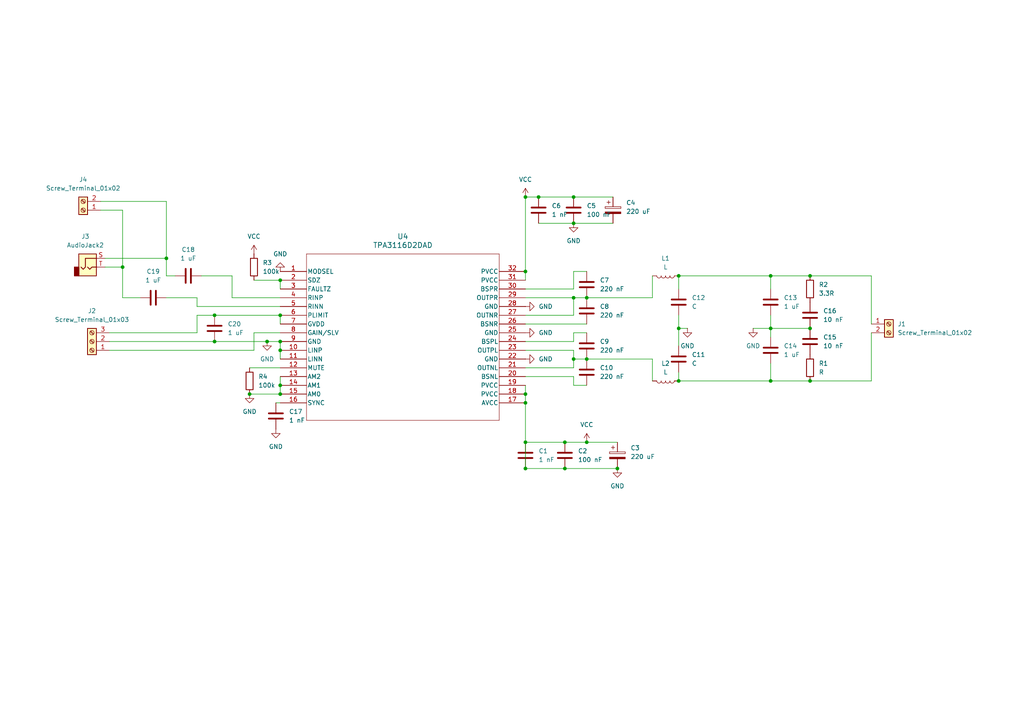
<source format=kicad_sch>
(kicad_sch
	(version 20250114)
	(generator "eeschema")
	(generator_version "9.0")
	(uuid "2d850479-4e0e-44a0-91a2-18c0ef7c929a")
	(paper "A4")
	(lib_symbols
		(symbol "Connector:Screw_Terminal_01x02"
			(pin_names
				(offset 1.016)
				(hide yes)
			)
			(exclude_from_sim no)
			(in_bom yes)
			(on_board yes)
			(property "Reference" "J"
				(at 0 2.54 0)
				(effects
					(font
						(size 1.27 1.27)
					)
				)
			)
			(property "Value" "Screw_Terminal_01x02"
				(at 0 -5.08 0)
				(effects
					(font
						(size 1.27 1.27)
					)
				)
			)
			(property "Footprint" ""
				(at 0 0 0)
				(effects
					(font
						(size 1.27 1.27)
					)
					(hide yes)
				)
			)
			(property "Datasheet" "~"
				(at 0 0 0)
				(effects
					(font
						(size 1.27 1.27)
					)
					(hide yes)
				)
			)
			(property "Description" "Generic screw terminal, single row, 01x02, script generated (kicad-library-utils/schlib/autogen/connector/)"
				(at 0 0 0)
				(effects
					(font
						(size 1.27 1.27)
					)
					(hide yes)
				)
			)
			(property "ki_keywords" "screw terminal"
				(at 0 0 0)
				(effects
					(font
						(size 1.27 1.27)
					)
					(hide yes)
				)
			)
			(property "ki_fp_filters" "TerminalBlock*:*"
				(at 0 0 0)
				(effects
					(font
						(size 1.27 1.27)
					)
					(hide yes)
				)
			)
			(symbol "Screw_Terminal_01x02_1_1"
				(rectangle
					(start -1.27 1.27)
					(end 1.27 -3.81)
					(stroke
						(width 0.254)
						(type default)
					)
					(fill
						(type background)
					)
				)
				(polyline
					(pts
						(xy -0.5334 0.3302) (xy 0.3302 -0.508)
					)
					(stroke
						(width 0.1524)
						(type default)
					)
					(fill
						(type none)
					)
				)
				(polyline
					(pts
						(xy -0.5334 -2.2098) (xy 0.3302 -3.048)
					)
					(stroke
						(width 0.1524)
						(type default)
					)
					(fill
						(type none)
					)
				)
				(polyline
					(pts
						(xy -0.3556 0.508) (xy 0.508 -0.3302)
					)
					(stroke
						(width 0.1524)
						(type default)
					)
					(fill
						(type none)
					)
				)
				(polyline
					(pts
						(xy -0.3556 -2.032) (xy 0.508 -2.8702)
					)
					(stroke
						(width 0.1524)
						(type default)
					)
					(fill
						(type none)
					)
				)
				(circle
					(center 0 0)
					(radius 0.635)
					(stroke
						(width 0.1524)
						(type default)
					)
					(fill
						(type none)
					)
				)
				(circle
					(center 0 -2.54)
					(radius 0.635)
					(stroke
						(width 0.1524)
						(type default)
					)
					(fill
						(type none)
					)
				)
				(pin passive line
					(at -5.08 0 0)
					(length 3.81)
					(name "Pin_1"
						(effects
							(font
								(size 1.27 1.27)
							)
						)
					)
					(number "1"
						(effects
							(font
								(size 1.27 1.27)
							)
						)
					)
				)
				(pin passive line
					(at -5.08 -2.54 0)
					(length 3.81)
					(name "Pin_2"
						(effects
							(font
								(size 1.27 1.27)
							)
						)
					)
					(number "2"
						(effects
							(font
								(size 1.27 1.27)
							)
						)
					)
				)
			)
			(embedded_fonts no)
		)
		(symbol "Connector:Screw_Terminal_01x03"
			(pin_names
				(offset 1.016)
				(hide yes)
			)
			(exclude_from_sim no)
			(in_bom yes)
			(on_board yes)
			(property "Reference" "J"
				(at 0 5.08 0)
				(effects
					(font
						(size 1.27 1.27)
					)
				)
			)
			(property "Value" "Screw_Terminal_01x03"
				(at 0 -5.08 0)
				(effects
					(font
						(size 1.27 1.27)
					)
				)
			)
			(property "Footprint" ""
				(at 0 0 0)
				(effects
					(font
						(size 1.27 1.27)
					)
					(hide yes)
				)
			)
			(property "Datasheet" "~"
				(at 0 0 0)
				(effects
					(font
						(size 1.27 1.27)
					)
					(hide yes)
				)
			)
			(property "Description" "Generic screw terminal, single row, 01x03, script generated (kicad-library-utils/schlib/autogen/connector/)"
				(at 0 0 0)
				(effects
					(font
						(size 1.27 1.27)
					)
					(hide yes)
				)
			)
			(property "ki_keywords" "screw terminal"
				(at 0 0 0)
				(effects
					(font
						(size 1.27 1.27)
					)
					(hide yes)
				)
			)
			(property "ki_fp_filters" "TerminalBlock*:*"
				(at 0 0 0)
				(effects
					(font
						(size 1.27 1.27)
					)
					(hide yes)
				)
			)
			(symbol "Screw_Terminal_01x03_1_1"
				(rectangle
					(start -1.27 3.81)
					(end 1.27 -3.81)
					(stroke
						(width 0.254)
						(type default)
					)
					(fill
						(type background)
					)
				)
				(polyline
					(pts
						(xy -0.5334 2.8702) (xy 0.3302 2.032)
					)
					(stroke
						(width 0.1524)
						(type default)
					)
					(fill
						(type none)
					)
				)
				(polyline
					(pts
						(xy -0.5334 0.3302) (xy 0.3302 -0.508)
					)
					(stroke
						(width 0.1524)
						(type default)
					)
					(fill
						(type none)
					)
				)
				(polyline
					(pts
						(xy -0.5334 -2.2098) (xy 0.3302 -3.048)
					)
					(stroke
						(width 0.1524)
						(type default)
					)
					(fill
						(type none)
					)
				)
				(polyline
					(pts
						(xy -0.3556 3.048) (xy 0.508 2.2098)
					)
					(stroke
						(width 0.1524)
						(type default)
					)
					(fill
						(type none)
					)
				)
				(polyline
					(pts
						(xy -0.3556 0.508) (xy 0.508 -0.3302)
					)
					(stroke
						(width 0.1524)
						(type default)
					)
					(fill
						(type none)
					)
				)
				(polyline
					(pts
						(xy -0.3556 -2.032) (xy 0.508 -2.8702)
					)
					(stroke
						(width 0.1524)
						(type default)
					)
					(fill
						(type none)
					)
				)
				(circle
					(center 0 2.54)
					(radius 0.635)
					(stroke
						(width 0.1524)
						(type default)
					)
					(fill
						(type none)
					)
				)
				(circle
					(center 0 0)
					(radius 0.635)
					(stroke
						(width 0.1524)
						(type default)
					)
					(fill
						(type none)
					)
				)
				(circle
					(center 0 -2.54)
					(radius 0.635)
					(stroke
						(width 0.1524)
						(type default)
					)
					(fill
						(type none)
					)
				)
				(pin passive line
					(at -5.08 2.54 0)
					(length 3.81)
					(name "Pin_1"
						(effects
							(font
								(size 1.27 1.27)
							)
						)
					)
					(number "1"
						(effects
							(font
								(size 1.27 1.27)
							)
						)
					)
				)
				(pin passive line
					(at -5.08 0 0)
					(length 3.81)
					(name "Pin_2"
						(effects
							(font
								(size 1.27 1.27)
							)
						)
					)
					(number "2"
						(effects
							(font
								(size 1.27 1.27)
							)
						)
					)
				)
				(pin passive line
					(at -5.08 -2.54 0)
					(length 3.81)
					(name "Pin_3"
						(effects
							(font
								(size 1.27 1.27)
							)
						)
					)
					(number "3"
						(effects
							(font
								(size 1.27 1.27)
							)
						)
					)
				)
			)
			(embedded_fonts no)
		)
		(symbol "Connector_Audio:AudioJack2"
			(exclude_from_sim no)
			(in_bom yes)
			(on_board yes)
			(property "Reference" "J"
				(at 0 8.89 0)
				(effects
					(font
						(size 1.27 1.27)
					)
				)
			)
			(property "Value" "AudioJack2"
				(at 0 6.35 0)
				(effects
					(font
						(size 1.27 1.27)
					)
				)
			)
			(property "Footprint" ""
				(at 0 0 0)
				(effects
					(font
						(size 1.27 1.27)
					)
					(hide yes)
				)
			)
			(property "Datasheet" "~"
				(at 0 0 0)
				(effects
					(font
						(size 1.27 1.27)
					)
					(hide yes)
				)
			)
			(property "Description" "Audio Jack, 2 Poles (Mono / TS)"
				(at 0 0 0)
				(effects
					(font
						(size 1.27 1.27)
					)
					(hide yes)
				)
			)
			(property "ki_keywords" "audio jack receptacle mono phone headphone TS connector"
				(at 0 0 0)
				(effects
					(font
						(size 1.27 1.27)
					)
					(hide yes)
				)
			)
			(property "ki_fp_filters" "Jack*"
				(at 0 0 0)
				(effects
					(font
						(size 1.27 1.27)
					)
					(hide yes)
				)
			)
			(symbol "AudioJack2_0_1"
				(rectangle
					(start -3.81 0)
					(end -2.54 -2.54)
					(stroke
						(width 0.254)
						(type default)
					)
					(fill
						(type outline)
					)
				)
				(rectangle
					(start -2.54 3.81)
					(end 2.54 -2.54)
					(stroke
						(width 0.254)
						(type default)
					)
					(fill
						(type background)
					)
				)
				(polyline
					(pts
						(xy 0 0) (xy 0.635 -0.635) (xy 1.27 0) (xy 2.54 0)
					)
					(stroke
						(width 0.254)
						(type default)
					)
					(fill
						(type none)
					)
				)
				(polyline
					(pts
						(xy 2.54 2.54) (xy -0.635 2.54) (xy -0.635 0) (xy -1.27 -0.635) (xy -1.905 0)
					)
					(stroke
						(width 0.254)
						(type default)
					)
					(fill
						(type none)
					)
				)
			)
			(symbol "AudioJack2_1_1"
				(pin passive line
					(at 5.08 2.54 180)
					(length 2.54)
					(name "~"
						(effects
							(font
								(size 1.27 1.27)
							)
						)
					)
					(number "S"
						(effects
							(font
								(size 1.27 1.27)
							)
						)
					)
				)
				(pin passive line
					(at 5.08 0 180)
					(length 2.54)
					(name "~"
						(effects
							(font
								(size 1.27 1.27)
							)
						)
					)
					(number "T"
						(effects
							(font
								(size 1.27 1.27)
							)
						)
					)
				)
			)
			(embedded_fonts no)
		)
		(symbol "Device:C"
			(pin_numbers
				(hide yes)
			)
			(pin_names
				(offset 0.254)
			)
			(exclude_from_sim no)
			(in_bom yes)
			(on_board yes)
			(property "Reference" "C"
				(at 0.635 2.54 0)
				(effects
					(font
						(size 1.27 1.27)
					)
					(justify left)
				)
			)
			(property "Value" "C"
				(at 0.635 -2.54 0)
				(effects
					(font
						(size 1.27 1.27)
					)
					(justify left)
				)
			)
			(property "Footprint" ""
				(at 0.9652 -3.81 0)
				(effects
					(font
						(size 1.27 1.27)
					)
					(hide yes)
				)
			)
			(property "Datasheet" "~"
				(at 0 0 0)
				(effects
					(font
						(size 1.27 1.27)
					)
					(hide yes)
				)
			)
			(property "Description" "Unpolarized capacitor"
				(at 0 0 0)
				(effects
					(font
						(size 1.27 1.27)
					)
					(hide yes)
				)
			)
			(property "ki_keywords" "cap capacitor"
				(at 0 0 0)
				(effects
					(font
						(size 1.27 1.27)
					)
					(hide yes)
				)
			)
			(property "ki_fp_filters" "C_*"
				(at 0 0 0)
				(effects
					(font
						(size 1.27 1.27)
					)
					(hide yes)
				)
			)
			(symbol "C_0_1"
				(polyline
					(pts
						(xy -2.032 0.762) (xy 2.032 0.762)
					)
					(stroke
						(width 0.508)
						(type default)
					)
					(fill
						(type none)
					)
				)
				(polyline
					(pts
						(xy -2.032 -0.762) (xy 2.032 -0.762)
					)
					(stroke
						(width 0.508)
						(type default)
					)
					(fill
						(type none)
					)
				)
			)
			(symbol "C_1_1"
				(pin passive line
					(at 0 3.81 270)
					(length 2.794)
					(name "~"
						(effects
							(font
								(size 1.27 1.27)
							)
						)
					)
					(number "1"
						(effects
							(font
								(size 1.27 1.27)
							)
						)
					)
				)
				(pin passive line
					(at 0 -3.81 90)
					(length 2.794)
					(name "~"
						(effects
							(font
								(size 1.27 1.27)
							)
						)
					)
					(number "2"
						(effects
							(font
								(size 1.27 1.27)
							)
						)
					)
				)
			)
			(embedded_fonts no)
		)
		(symbol "Device:C_Polarized"
			(pin_numbers
				(hide yes)
			)
			(pin_names
				(offset 0.254)
			)
			(exclude_from_sim no)
			(in_bom yes)
			(on_board yes)
			(property "Reference" "C"
				(at 0.635 2.54 0)
				(effects
					(font
						(size 1.27 1.27)
					)
					(justify left)
				)
			)
			(property "Value" "C_Polarized"
				(at 0.635 -2.54 0)
				(effects
					(font
						(size 1.27 1.27)
					)
					(justify left)
				)
			)
			(property "Footprint" ""
				(at 0.9652 -3.81 0)
				(effects
					(font
						(size 1.27 1.27)
					)
					(hide yes)
				)
			)
			(property "Datasheet" "~"
				(at 0 0 0)
				(effects
					(font
						(size 1.27 1.27)
					)
					(hide yes)
				)
			)
			(property "Description" "Polarized capacitor"
				(at 0 0 0)
				(effects
					(font
						(size 1.27 1.27)
					)
					(hide yes)
				)
			)
			(property "ki_keywords" "cap capacitor"
				(at 0 0 0)
				(effects
					(font
						(size 1.27 1.27)
					)
					(hide yes)
				)
			)
			(property "ki_fp_filters" "CP_*"
				(at 0 0 0)
				(effects
					(font
						(size 1.27 1.27)
					)
					(hide yes)
				)
			)
			(symbol "C_Polarized_0_1"
				(rectangle
					(start -2.286 0.508)
					(end 2.286 1.016)
					(stroke
						(width 0)
						(type default)
					)
					(fill
						(type none)
					)
				)
				(polyline
					(pts
						(xy -1.778 2.286) (xy -0.762 2.286)
					)
					(stroke
						(width 0)
						(type default)
					)
					(fill
						(type none)
					)
				)
				(polyline
					(pts
						(xy -1.27 2.794) (xy -1.27 1.778)
					)
					(stroke
						(width 0)
						(type default)
					)
					(fill
						(type none)
					)
				)
				(rectangle
					(start 2.286 -0.508)
					(end -2.286 -1.016)
					(stroke
						(width 0)
						(type default)
					)
					(fill
						(type outline)
					)
				)
			)
			(symbol "C_Polarized_1_1"
				(pin passive line
					(at 0 3.81 270)
					(length 2.794)
					(name "~"
						(effects
							(font
								(size 1.27 1.27)
							)
						)
					)
					(number "1"
						(effects
							(font
								(size 1.27 1.27)
							)
						)
					)
				)
				(pin passive line
					(at 0 -3.81 90)
					(length 2.794)
					(name "~"
						(effects
							(font
								(size 1.27 1.27)
							)
						)
					)
					(number "2"
						(effects
							(font
								(size 1.27 1.27)
							)
						)
					)
				)
			)
			(embedded_fonts no)
		)
		(symbol "Device:L"
			(pin_numbers
				(hide yes)
			)
			(pin_names
				(offset 1.016)
				(hide yes)
			)
			(exclude_from_sim no)
			(in_bom yes)
			(on_board yes)
			(property "Reference" "L"
				(at -1.27 0 90)
				(effects
					(font
						(size 1.27 1.27)
					)
				)
			)
			(property "Value" "L"
				(at 1.905 0 90)
				(effects
					(font
						(size 1.27 1.27)
					)
				)
			)
			(property "Footprint" ""
				(at 0 0 0)
				(effects
					(font
						(size 1.27 1.27)
					)
					(hide yes)
				)
			)
			(property "Datasheet" "~"
				(at 0 0 0)
				(effects
					(font
						(size 1.27 1.27)
					)
					(hide yes)
				)
			)
			(property "Description" "Inductor"
				(at 0 0 0)
				(effects
					(font
						(size 1.27 1.27)
					)
					(hide yes)
				)
			)
			(property "ki_keywords" "inductor choke coil reactor magnetic"
				(at 0 0 0)
				(effects
					(font
						(size 1.27 1.27)
					)
					(hide yes)
				)
			)
			(property "ki_fp_filters" "Choke_* *Coil* Inductor_* L_*"
				(at 0 0 0)
				(effects
					(font
						(size 1.27 1.27)
					)
					(hide yes)
				)
			)
			(symbol "L_0_1"
				(arc
					(start 0 2.54)
					(mid 0.6323 1.905)
					(end 0 1.27)
					(stroke
						(width 0)
						(type default)
					)
					(fill
						(type none)
					)
				)
				(arc
					(start 0 1.27)
					(mid 0.6323 0.635)
					(end 0 0)
					(stroke
						(width 0)
						(type default)
					)
					(fill
						(type none)
					)
				)
				(arc
					(start 0 0)
					(mid 0.6323 -0.635)
					(end 0 -1.27)
					(stroke
						(width 0)
						(type default)
					)
					(fill
						(type none)
					)
				)
				(arc
					(start 0 -1.27)
					(mid 0.6323 -1.905)
					(end 0 -2.54)
					(stroke
						(width 0)
						(type default)
					)
					(fill
						(type none)
					)
				)
			)
			(symbol "L_1_1"
				(pin passive line
					(at 0 3.81 270)
					(length 1.27)
					(name "1"
						(effects
							(font
								(size 1.27 1.27)
							)
						)
					)
					(number "1"
						(effects
							(font
								(size 1.27 1.27)
							)
						)
					)
				)
				(pin passive line
					(at 0 -3.81 90)
					(length 1.27)
					(name "2"
						(effects
							(font
								(size 1.27 1.27)
							)
						)
					)
					(number "2"
						(effects
							(font
								(size 1.27 1.27)
							)
						)
					)
				)
			)
			(embedded_fonts no)
		)
		(symbol "Device:R"
			(pin_numbers
				(hide yes)
			)
			(pin_names
				(offset 0)
			)
			(exclude_from_sim no)
			(in_bom yes)
			(on_board yes)
			(property "Reference" "R"
				(at 2.032 0 90)
				(effects
					(font
						(size 1.27 1.27)
					)
				)
			)
			(property "Value" "R"
				(at 0 0 90)
				(effects
					(font
						(size 1.27 1.27)
					)
				)
			)
			(property "Footprint" ""
				(at -1.778 0 90)
				(effects
					(font
						(size 1.27 1.27)
					)
					(hide yes)
				)
			)
			(property "Datasheet" "~"
				(at 0 0 0)
				(effects
					(font
						(size 1.27 1.27)
					)
					(hide yes)
				)
			)
			(property "Description" "Resistor"
				(at 0 0 0)
				(effects
					(font
						(size 1.27 1.27)
					)
					(hide yes)
				)
			)
			(property "ki_keywords" "R res resistor"
				(at 0 0 0)
				(effects
					(font
						(size 1.27 1.27)
					)
					(hide yes)
				)
			)
			(property "ki_fp_filters" "R_*"
				(at 0 0 0)
				(effects
					(font
						(size 1.27 1.27)
					)
					(hide yes)
				)
			)
			(symbol "R_0_1"
				(rectangle
					(start -1.016 -2.54)
					(end 1.016 2.54)
					(stroke
						(width 0.254)
						(type default)
					)
					(fill
						(type none)
					)
				)
			)
			(symbol "R_1_1"
				(pin passive line
					(at 0 3.81 270)
					(length 1.27)
					(name "~"
						(effects
							(font
								(size 1.27 1.27)
							)
						)
					)
					(number "1"
						(effects
							(font
								(size 1.27 1.27)
							)
						)
					)
				)
				(pin passive line
					(at 0 -3.81 90)
					(length 1.27)
					(name "~"
						(effects
							(font
								(size 1.27 1.27)
							)
						)
					)
					(number "2"
						(effects
							(font
								(size 1.27 1.27)
							)
						)
					)
				)
			)
			(embedded_fonts no)
		)
		(symbol "TheOneIJustGotFromUltraLibrarian:TPA3116D2DAD"
			(pin_names
				(offset 0.254)
			)
			(exclude_from_sim no)
			(in_bom yes)
			(on_board yes)
			(property "Reference" "U"
				(at 35.56 10.16 0)
				(effects
					(font
						(size 1.524 1.524)
					)
				)
			)
			(property "Value" "TPA3116D2DAD"
				(at 35.56 7.62 0)
				(effects
					(font
						(size 1.524 1.524)
					)
				)
			)
			(property "Footprint" "DAD32_TEX"
				(at 0 0 0)
				(effects
					(font
						(size 1.27 1.27)
						(italic yes)
					)
					(hide yes)
				)
			)
			(property "Datasheet" "https://www.ti.com/lit/gpn/tpa3116d2"
				(at 0 0 0)
				(effects
					(font
						(size 1.27 1.27)
						(italic yes)
					)
					(hide yes)
				)
			)
			(property "Description" ""
				(at 0 0 0)
				(effects
					(font
						(size 1.27 1.27)
					)
					(hide yes)
				)
			)
			(property "ki_locked" ""
				(at 0 0 0)
				(effects
					(font
						(size 1.27 1.27)
					)
				)
			)
			(property "ki_keywords" "TPA3116D2DAD"
				(at 0 0 0)
				(effects
					(font
						(size 1.27 1.27)
					)
					(hide yes)
				)
			)
			(property "ki_fp_filters" "DAD32_TEX DAD32_TEX-M DAD32_TEX-L"
				(at 0 0 0)
				(effects
					(font
						(size 1.27 1.27)
					)
					(hide yes)
				)
			)
			(symbol "TPA3116D2DAD_0_1"
				(polyline
					(pts
						(xy 7.62 5.08) (xy 7.62 -43.18)
					)
					(stroke
						(width 0.127)
						(type default)
					)
					(fill
						(type none)
					)
				)
				(polyline
					(pts
						(xy 7.62 -43.18) (xy 63.5 -43.18)
					)
					(stroke
						(width 0.127)
						(type default)
					)
					(fill
						(type none)
					)
				)
				(polyline
					(pts
						(xy 63.5 5.08) (xy 7.62 5.08)
					)
					(stroke
						(width 0.127)
						(type default)
					)
					(fill
						(type none)
					)
				)
				(polyline
					(pts
						(xy 63.5 -43.18) (xy 63.5 5.08)
					)
					(stroke
						(width 0.127)
						(type default)
					)
					(fill
						(type none)
					)
				)
				(pin input line
					(at 0 0 0)
					(length 7.62)
					(name "MODSEL"
						(effects
							(font
								(size 1.27 1.27)
							)
						)
					)
					(number "1"
						(effects
							(font
								(size 1.27 1.27)
							)
						)
					)
				)
				(pin input line
					(at 0 -2.54 0)
					(length 7.62)
					(name "SDZ"
						(effects
							(font
								(size 1.27 1.27)
							)
						)
					)
					(number "2"
						(effects
							(font
								(size 1.27 1.27)
							)
						)
					)
				)
				(pin output line
					(at 0 -5.08 0)
					(length 7.62)
					(name "FAULTZ"
						(effects
							(font
								(size 1.27 1.27)
							)
						)
					)
					(number "3"
						(effects
							(font
								(size 1.27 1.27)
							)
						)
					)
				)
				(pin input line
					(at 0 -7.62 0)
					(length 7.62)
					(name "RINP"
						(effects
							(font
								(size 1.27 1.27)
							)
						)
					)
					(number "4"
						(effects
							(font
								(size 1.27 1.27)
							)
						)
					)
				)
				(pin input line
					(at 0 -10.16 0)
					(length 7.62)
					(name "RINN"
						(effects
							(font
								(size 1.27 1.27)
							)
						)
					)
					(number "5"
						(effects
							(font
								(size 1.27 1.27)
							)
						)
					)
				)
				(pin input line
					(at 0 -12.7 0)
					(length 7.62)
					(name "PLIMIT"
						(effects
							(font
								(size 1.27 1.27)
							)
						)
					)
					(number "6"
						(effects
							(font
								(size 1.27 1.27)
							)
						)
					)
				)
				(pin power_in line
					(at 0 -15.24 0)
					(length 7.62)
					(name "GVDD"
						(effects
							(font
								(size 1.27 1.27)
							)
						)
					)
					(number "7"
						(effects
							(font
								(size 1.27 1.27)
							)
						)
					)
				)
				(pin input line
					(at 0 -17.78 0)
					(length 7.62)
					(name "GAIN/SLV"
						(effects
							(font
								(size 1.27 1.27)
							)
						)
					)
					(number "8"
						(effects
							(font
								(size 1.27 1.27)
							)
						)
					)
				)
				(pin power_in line
					(at 0 -20.32 0)
					(length 7.62)
					(name "GND"
						(effects
							(font
								(size 1.27 1.27)
							)
						)
					)
					(number "9"
						(effects
							(font
								(size 1.27 1.27)
							)
						)
					)
				)
				(pin input line
					(at 0 -22.86 0)
					(length 7.62)
					(name "LINP"
						(effects
							(font
								(size 1.27 1.27)
							)
						)
					)
					(number "10"
						(effects
							(font
								(size 1.27 1.27)
							)
						)
					)
				)
				(pin input line
					(at 0 -25.4 0)
					(length 7.62)
					(name "LINN"
						(effects
							(font
								(size 1.27 1.27)
							)
						)
					)
					(number "11"
						(effects
							(font
								(size 1.27 1.27)
							)
						)
					)
				)
				(pin input line
					(at 0 -27.94 0)
					(length 7.62)
					(name "MUTE"
						(effects
							(font
								(size 1.27 1.27)
							)
						)
					)
					(number "12"
						(effects
							(font
								(size 1.27 1.27)
							)
						)
					)
				)
				(pin input line
					(at 0 -30.48 0)
					(length 7.62)
					(name "AM2"
						(effects
							(font
								(size 1.27 1.27)
							)
						)
					)
					(number "13"
						(effects
							(font
								(size 1.27 1.27)
							)
						)
					)
				)
				(pin input line
					(at 0 -33.02 0)
					(length 7.62)
					(name "AM1"
						(effects
							(font
								(size 1.27 1.27)
							)
						)
					)
					(number "14"
						(effects
							(font
								(size 1.27 1.27)
							)
						)
					)
				)
				(pin input line
					(at 0 -35.56 0)
					(length 7.62)
					(name "AM0"
						(effects
							(font
								(size 1.27 1.27)
							)
						)
					)
					(number "15"
						(effects
							(font
								(size 1.27 1.27)
							)
						)
					)
				)
				(pin bidirectional line
					(at 0 -38.1 0)
					(length 7.62)
					(name "SYNC"
						(effects
							(font
								(size 1.27 1.27)
							)
						)
					)
					(number "16"
						(effects
							(font
								(size 1.27 1.27)
							)
						)
					)
				)
				(pin power_in line
					(at 71.12 0 180)
					(length 7.62)
					(name "PVCC"
						(effects
							(font
								(size 1.27 1.27)
							)
						)
					)
					(number "32"
						(effects
							(font
								(size 1.27 1.27)
							)
						)
					)
				)
				(pin power_in line
					(at 71.12 -2.54 180)
					(length 7.62)
					(name "PVCC"
						(effects
							(font
								(size 1.27 1.27)
							)
						)
					)
					(number "31"
						(effects
							(font
								(size 1.27 1.27)
							)
						)
					)
				)
				(pin unspecified line
					(at 71.12 -5.08 180)
					(length 7.62)
					(name "BSPR"
						(effects
							(font
								(size 1.27 1.27)
							)
						)
					)
					(number "30"
						(effects
							(font
								(size 1.27 1.27)
							)
						)
					)
				)
				(pin output line
					(at 71.12 -7.62 180)
					(length 7.62)
					(name "OUTPR"
						(effects
							(font
								(size 1.27 1.27)
							)
						)
					)
					(number "29"
						(effects
							(font
								(size 1.27 1.27)
							)
						)
					)
				)
				(pin power_in line
					(at 71.12 -10.16 180)
					(length 7.62)
					(name "GND"
						(effects
							(font
								(size 1.27 1.27)
							)
						)
					)
					(number "28"
						(effects
							(font
								(size 1.27 1.27)
							)
						)
					)
				)
				(pin output line
					(at 71.12 -12.7 180)
					(length 7.62)
					(name "OUTNR"
						(effects
							(font
								(size 1.27 1.27)
							)
						)
					)
					(number "27"
						(effects
							(font
								(size 1.27 1.27)
							)
						)
					)
				)
				(pin unspecified line
					(at 71.12 -15.24 180)
					(length 7.62)
					(name "BSNR"
						(effects
							(font
								(size 1.27 1.27)
							)
						)
					)
					(number "26"
						(effects
							(font
								(size 1.27 1.27)
							)
						)
					)
				)
				(pin power_in line
					(at 71.12 -17.78 180)
					(length 7.62)
					(name "GND"
						(effects
							(font
								(size 1.27 1.27)
							)
						)
					)
					(number "25"
						(effects
							(font
								(size 1.27 1.27)
							)
						)
					)
				)
				(pin unspecified line
					(at 71.12 -20.32 180)
					(length 7.62)
					(name "BSPL"
						(effects
							(font
								(size 1.27 1.27)
							)
						)
					)
					(number "24"
						(effects
							(font
								(size 1.27 1.27)
							)
						)
					)
				)
				(pin output line
					(at 71.12 -22.86 180)
					(length 7.62)
					(name "OUTPL"
						(effects
							(font
								(size 1.27 1.27)
							)
						)
					)
					(number "23"
						(effects
							(font
								(size 1.27 1.27)
							)
						)
					)
				)
				(pin power_in line
					(at 71.12 -25.4 180)
					(length 7.62)
					(name "GND"
						(effects
							(font
								(size 1.27 1.27)
							)
						)
					)
					(number "22"
						(effects
							(font
								(size 1.27 1.27)
							)
						)
					)
				)
				(pin output line
					(at 71.12 -27.94 180)
					(length 7.62)
					(name "OUTNL"
						(effects
							(font
								(size 1.27 1.27)
							)
						)
					)
					(number "21"
						(effects
							(font
								(size 1.27 1.27)
							)
						)
					)
				)
				(pin unspecified line
					(at 71.12 -30.48 180)
					(length 7.62)
					(name "BSNL"
						(effects
							(font
								(size 1.27 1.27)
							)
						)
					)
					(number "20"
						(effects
							(font
								(size 1.27 1.27)
							)
						)
					)
				)
				(pin power_in line
					(at 71.12 -33.02 180)
					(length 7.62)
					(name "PVCC"
						(effects
							(font
								(size 1.27 1.27)
							)
						)
					)
					(number "19"
						(effects
							(font
								(size 1.27 1.27)
							)
						)
					)
				)
				(pin power_in line
					(at 71.12 -35.56 180)
					(length 7.62)
					(name "PVCC"
						(effects
							(font
								(size 1.27 1.27)
							)
						)
					)
					(number "18"
						(effects
							(font
								(size 1.27 1.27)
							)
						)
					)
				)
				(pin power_in line
					(at 71.12 -38.1 180)
					(length 7.62)
					(name "AVCC"
						(effects
							(font
								(size 1.27 1.27)
							)
						)
					)
					(number "17"
						(effects
							(font
								(size 1.27 1.27)
							)
						)
					)
				)
			)
			(embedded_fonts no)
		)
		(symbol "power:GND"
			(power)
			(pin_numbers
				(hide yes)
			)
			(pin_names
				(offset 0)
				(hide yes)
			)
			(exclude_from_sim no)
			(in_bom yes)
			(on_board yes)
			(property "Reference" "#PWR"
				(at 0 -6.35 0)
				(effects
					(font
						(size 1.27 1.27)
					)
					(hide yes)
				)
			)
			(property "Value" "GND"
				(at 0 -3.81 0)
				(effects
					(font
						(size 1.27 1.27)
					)
				)
			)
			(property "Footprint" ""
				(at 0 0 0)
				(effects
					(font
						(size 1.27 1.27)
					)
					(hide yes)
				)
			)
			(property "Datasheet" ""
				(at 0 0 0)
				(effects
					(font
						(size 1.27 1.27)
					)
					(hide yes)
				)
			)
			(property "Description" "Power symbol creates a global label with name \"GND\" , ground"
				(at 0 0 0)
				(effects
					(font
						(size 1.27 1.27)
					)
					(hide yes)
				)
			)
			(property "ki_keywords" "global power"
				(at 0 0 0)
				(effects
					(font
						(size 1.27 1.27)
					)
					(hide yes)
				)
			)
			(symbol "GND_0_1"
				(polyline
					(pts
						(xy 0 0) (xy 0 -1.27) (xy 1.27 -1.27) (xy 0 -2.54) (xy -1.27 -1.27) (xy 0 -1.27)
					)
					(stroke
						(width 0)
						(type default)
					)
					(fill
						(type none)
					)
				)
			)
			(symbol "GND_1_1"
				(pin power_in line
					(at 0 0 270)
					(length 0)
					(name "~"
						(effects
							(font
								(size 1.27 1.27)
							)
						)
					)
					(number "1"
						(effects
							(font
								(size 1.27 1.27)
							)
						)
					)
				)
			)
			(embedded_fonts no)
		)
		(symbol "power:VCC"
			(power)
			(pin_numbers
				(hide yes)
			)
			(pin_names
				(offset 0)
				(hide yes)
			)
			(exclude_from_sim no)
			(in_bom yes)
			(on_board yes)
			(property "Reference" "#PWR"
				(at 0 -3.81 0)
				(effects
					(font
						(size 1.27 1.27)
					)
					(hide yes)
				)
			)
			(property "Value" "VCC"
				(at 0 3.556 0)
				(effects
					(font
						(size 1.27 1.27)
					)
				)
			)
			(property "Footprint" ""
				(at 0 0 0)
				(effects
					(font
						(size 1.27 1.27)
					)
					(hide yes)
				)
			)
			(property "Datasheet" ""
				(at 0 0 0)
				(effects
					(font
						(size 1.27 1.27)
					)
					(hide yes)
				)
			)
			(property "Description" "Power symbol creates a global label with name \"VCC\""
				(at 0 0 0)
				(effects
					(font
						(size 1.27 1.27)
					)
					(hide yes)
				)
			)
			(property "ki_keywords" "global power"
				(at 0 0 0)
				(effects
					(font
						(size 1.27 1.27)
					)
					(hide yes)
				)
			)
			(symbol "VCC_0_1"
				(polyline
					(pts
						(xy -0.762 1.27) (xy 0 2.54)
					)
					(stroke
						(width 0)
						(type default)
					)
					(fill
						(type none)
					)
				)
				(polyline
					(pts
						(xy 0 2.54) (xy 0.762 1.27)
					)
					(stroke
						(width 0)
						(type default)
					)
					(fill
						(type none)
					)
				)
				(polyline
					(pts
						(xy 0 0) (xy 0 2.54)
					)
					(stroke
						(width 0)
						(type default)
					)
					(fill
						(type none)
					)
				)
			)
			(symbol "VCC_1_1"
				(pin power_in line
					(at 0 0 90)
					(length 0)
					(name "~"
						(effects
							(font
								(size 1.27 1.27)
							)
						)
					)
					(number "1"
						(effects
							(font
								(size 1.27 1.27)
							)
						)
					)
				)
			)
			(embedded_fonts no)
		)
	)
	(junction
		(at 196.85 110.49)
		(diameter 0)
		(color 0 0 0 0)
		(uuid "027c8322-8d8a-4e1b-b54d-c492d81d923b")
	)
	(junction
		(at 152.4 135.89)
		(diameter 0)
		(color 0 0 0 0)
		(uuid "036c2b17-9149-4bdd-8a87-8a859d880a97")
	)
	(junction
		(at 81.28 111.76)
		(diameter 0)
		(color 0 0 0 0)
		(uuid "0453c88f-f323-4059-aceb-766ff4dccb46")
	)
	(junction
		(at 35.56 77.47)
		(diameter 0)
		(color 0 0 0 0)
		(uuid "0d8cb777-63dc-46c2-b110-672f5fbe3da2")
	)
	(junction
		(at 81.28 91.44)
		(diameter 0)
		(color 0 0 0 0)
		(uuid "262de86d-91a6-42cc-8de9-29fb02472cfa")
	)
	(junction
		(at 48.26 74.93)
		(diameter 0)
		(color 0 0 0 0)
		(uuid "2aaf54b8-60a7-4d11-bbb3-1afd7b44d993")
	)
	(junction
		(at 163.83 135.89)
		(diameter 0)
		(color 0 0 0 0)
		(uuid "2b733d7c-a655-4e6b-9473-c9495b413f9c")
	)
	(junction
		(at 196.85 80.01)
		(diameter 0)
		(color 0 0 0 0)
		(uuid "2f2c3cb5-7e73-4936-a3ad-da5d3b882f22")
	)
	(junction
		(at 223.52 95.25)
		(diameter 0)
		(color 0 0 0 0)
		(uuid "3b940b82-44e8-485e-8b89-16ae61dbea1b")
	)
	(junction
		(at 81.28 81.28)
		(diameter 0)
		(color 0 0 0 0)
		(uuid "4dbc8d91-ca6a-4e5b-98d0-dbb8b6cb0e38")
	)
	(junction
		(at 234.95 110.49)
		(diameter 0)
		(color 0 0 0 0)
		(uuid "4fea8b53-1a64-4ba2-b2d3-14964ed3ac67")
	)
	(junction
		(at 223.52 80.01)
		(diameter 0)
		(color 0 0 0 0)
		(uuid "6a599ab3-2ffb-4f99-8b4b-839b62336f57")
	)
	(junction
		(at 196.85 95.25)
		(diameter 0)
		(color 0 0 0 0)
		(uuid "6c8ea298-af69-44b5-b934-c5cae2a903c1")
	)
	(junction
		(at 62.23 91.44)
		(diameter 0)
		(color 0 0 0 0)
		(uuid "6d6873c6-6bcd-4388-a6a6-8df2749d4e66")
	)
	(junction
		(at 152.4 114.3)
		(diameter 0)
		(color 0 0 0 0)
		(uuid "7483e677-47ba-4adb-aac6-7f0fbf076d45")
	)
	(junction
		(at 156.21 57.15)
		(diameter 0)
		(color 0 0 0 0)
		(uuid "77a65e09-b040-4146-85fa-443cb61e754b")
	)
	(junction
		(at 81.28 101.6)
		(diameter 0)
		(color 0 0 0 0)
		(uuid "798df181-91cd-4ccf-8626-4127917c4f1c")
	)
	(junction
		(at 152.4 128.27)
		(diameter 0)
		(color 0 0 0 0)
		(uuid "7fe3cb0a-18bd-44bb-a8c7-fb186a8a9a23")
	)
	(junction
		(at 163.83 128.27)
		(diameter 0)
		(color 0 0 0 0)
		(uuid "80b02364-f9b1-41ce-acb8-433b83267bcf")
	)
	(junction
		(at 166.37 57.15)
		(diameter 0)
		(color 0 0 0 0)
		(uuid "838529bc-6af9-47d8-adf6-8f14147937eb")
	)
	(junction
		(at 170.18 86.36)
		(diameter 0)
		(color 0 0 0 0)
		(uuid "8f5084e9-21e0-412a-921c-21daf065ea93")
	)
	(junction
		(at 152.4 116.84)
		(diameter 0)
		(color 0 0 0 0)
		(uuid "91406e5d-4a1f-4a73-9d7f-65d5af28408d")
	)
	(junction
		(at 152.4 57.15)
		(diameter 0)
		(color 0 0 0 0)
		(uuid "942805d8-295b-4dbd-bcee-1176e27dbdcf")
	)
	(junction
		(at 170.18 128.27)
		(diameter 0)
		(color 0 0 0 0)
		(uuid "94fe6f44-f5b7-4ceb-8423-f8b054048fc6")
	)
	(junction
		(at 62.23 99.06)
		(diameter 0)
		(color 0 0 0 0)
		(uuid "9d9506c9-eb37-4b57-aae1-f04d2e96bbe4")
	)
	(junction
		(at 223.52 110.49)
		(diameter 0)
		(color 0 0 0 0)
		(uuid "a926915b-abba-4fb9-a606-74b863193302")
	)
	(junction
		(at 179.07 135.89)
		(diameter 0)
		(color 0 0 0 0)
		(uuid "afd2ef40-b8f9-47b1-91ac-071a4572c17d")
	)
	(junction
		(at 81.28 99.06)
		(diameter 0)
		(color 0 0 0 0)
		(uuid "c32b199e-da75-42cd-9f33-6adb598261e2")
	)
	(junction
		(at 166.37 64.77)
		(diameter 0)
		(color 0 0 0 0)
		(uuid "d3957101-a565-4aee-8f80-07943a77e73c")
	)
	(junction
		(at 234.95 80.01)
		(diameter 0)
		(color 0 0 0 0)
		(uuid "da627253-19a8-470c-b4ee-de49616cb920")
	)
	(junction
		(at 234.95 95.25)
		(diameter 0)
		(color 0 0 0 0)
		(uuid "dc53ec5a-ebfa-4a93-947a-d2d002960022")
	)
	(junction
		(at 166.37 86.36)
		(diameter 0)
		(color 0 0 0 0)
		(uuid "df87c927-13fc-4dda-9b2a-13aa51d36132")
	)
	(junction
		(at 77.47 99.06)
		(diameter 0)
		(color 0 0 0 0)
		(uuid "e34d7546-0fbe-4ad3-bb58-309dbd6d92bf")
	)
	(junction
		(at 72.39 114.3)
		(diameter 0)
		(color 0 0 0 0)
		(uuid "e34dd9b2-4630-412f-9c91-bfb5d239fe7f")
	)
	(junction
		(at 152.4 78.74)
		(diameter 0)
		(color 0 0 0 0)
		(uuid "e3641ad8-693e-4fd5-8a62-1c489673919c")
	)
	(junction
		(at 170.18 104.14)
		(diameter 0)
		(color 0 0 0 0)
		(uuid "edcf0ee1-0cdb-41ca-87c2-253360a1d5ac")
	)
	(junction
		(at 81.28 114.3)
		(diameter 0)
		(color 0 0 0 0)
		(uuid "ef2b4d97-667d-47b4-80ef-6490ec8af69e")
	)
	(junction
		(at 166.37 104.14)
		(diameter 0)
		(color 0 0 0 0)
		(uuid "fc107450-afcc-43ad-a4cc-e808d6a07567")
	)
	(wire
		(pts
			(xy 223.52 105.41) (xy 223.52 110.49)
		)
		(stroke
			(width 0)
			(type default)
		)
		(uuid "02448eda-04d5-4643-881b-22cbfb871f13")
	)
	(wire
		(pts
			(xy 152.4 128.27) (xy 152.4 116.84)
		)
		(stroke
			(width 0)
			(type default)
		)
		(uuid "03abd8cd-302a-4dfa-8b25-f653774a2f11")
	)
	(wire
		(pts
			(xy 252.73 96.52) (xy 252.73 110.49)
		)
		(stroke
			(width 0)
			(type default)
		)
		(uuid "061c9deb-b60a-483d-ba06-63a1937cf45e")
	)
	(wire
		(pts
			(xy 67.31 86.36) (xy 67.31 80.01)
		)
		(stroke
			(width 0)
			(type default)
		)
		(uuid "14775f5e-d17a-4f05-b106-7be6cc197244")
	)
	(wire
		(pts
			(xy 73.66 81.28) (xy 81.28 81.28)
		)
		(stroke
			(width 0)
			(type default)
		)
		(uuid "15b1377b-8eb0-4da7-8f1d-781928413f58")
	)
	(wire
		(pts
			(xy 223.52 80.01) (xy 223.52 83.82)
		)
		(stroke
			(width 0)
			(type default)
		)
		(uuid "16c8934e-f1b5-41b2-8b71-9de40fbd588f")
	)
	(wire
		(pts
			(xy 152.4 93.98) (xy 170.18 93.98)
		)
		(stroke
			(width 0)
			(type default)
		)
		(uuid "1a9bdf3a-c6e8-447e-beab-58c7adb73877")
	)
	(wire
		(pts
			(xy 48.26 74.93) (xy 48.26 58.42)
		)
		(stroke
			(width 0)
			(type default)
		)
		(uuid "1f0a9d1f-b8af-4d78-a061-01234fc30a76")
	)
	(wire
		(pts
			(xy 166.37 78.74) (xy 170.18 78.74)
		)
		(stroke
			(width 0)
			(type default)
		)
		(uuid "20f885fe-cb21-4f18-b9e6-6d8d5f086b48")
	)
	(wire
		(pts
			(xy 163.83 135.89) (xy 179.07 135.89)
		)
		(stroke
			(width 0)
			(type default)
		)
		(uuid "211bd7d9-360b-40bf-8be1-0012ee4d796c")
	)
	(wire
		(pts
			(xy 166.37 111.76) (xy 170.18 111.76)
		)
		(stroke
			(width 0)
			(type default)
		)
		(uuid "222eccad-40e5-4e02-9b24-78f3c1357f2f")
	)
	(wire
		(pts
			(xy 166.37 83.82) (xy 166.37 78.74)
		)
		(stroke
			(width 0)
			(type default)
		)
		(uuid "2647202e-9456-4592-8066-d73d04a5a752")
	)
	(wire
		(pts
			(xy 189.23 104.14) (xy 189.23 110.49)
		)
		(stroke
			(width 0)
			(type default)
		)
		(uuid "278bf37f-f5e2-4454-ae47-48beecef9b3c")
	)
	(wire
		(pts
			(xy 166.37 86.36) (xy 166.37 91.44)
		)
		(stroke
			(width 0)
			(type default)
		)
		(uuid "2a672709-7c7c-4384-90a9-758fade27a74")
	)
	(wire
		(pts
			(xy 196.85 95.25) (xy 199.39 95.25)
		)
		(stroke
			(width 0)
			(type default)
		)
		(uuid "2bcf4fdb-2c8d-4c2e-9628-c822e913c347")
	)
	(wire
		(pts
			(xy 152.4 114.3) (xy 152.4 116.84)
		)
		(stroke
			(width 0)
			(type default)
		)
		(uuid "2d4b8412-a0ac-459b-9ddf-46061030f1fb")
	)
	(wire
		(pts
			(xy 170.18 128.27) (xy 179.07 128.27)
		)
		(stroke
			(width 0)
			(type default)
		)
		(uuid "30dd0754-b8d4-419b-8ed8-8a1a169c9e19")
	)
	(wire
		(pts
			(xy 152.4 86.36) (xy 166.37 86.36)
		)
		(stroke
			(width 0)
			(type default)
		)
		(uuid "31d5185a-7cbf-4f2c-9b0a-2690daa12a3e")
	)
	(wire
		(pts
			(xy 35.56 77.47) (xy 35.56 60.96)
		)
		(stroke
			(width 0)
			(type default)
		)
		(uuid "355d53a3-0070-41e2-b94e-fc19981486e0")
	)
	(wire
		(pts
			(xy 152.4 57.15) (xy 152.4 78.74)
		)
		(stroke
			(width 0)
			(type default)
		)
		(uuid "3575ad1f-fbe7-4ebb-998c-f4e2f9537abe")
	)
	(wire
		(pts
			(xy 29.21 60.96) (xy 35.56 60.96)
		)
		(stroke
			(width 0)
			(type default)
		)
		(uuid "3f921c78-55ea-4a7f-8bcf-eb785f4f6b15")
	)
	(wire
		(pts
			(xy 57.15 88.9) (xy 57.15 86.36)
		)
		(stroke
			(width 0)
			(type default)
		)
		(uuid "405463d8-25e8-4255-8648-005b94af639e")
	)
	(wire
		(pts
			(xy 223.52 95.25) (xy 223.52 97.79)
		)
		(stroke
			(width 0)
			(type default)
		)
		(uuid "43f389ca-1632-4d77-95e3-165704a51227")
	)
	(wire
		(pts
			(xy 58.42 80.01) (xy 67.31 80.01)
		)
		(stroke
			(width 0)
			(type default)
		)
		(uuid "4481ac74-e78a-450b-afaa-162172e0bf5a")
	)
	(wire
		(pts
			(xy 156.21 57.15) (xy 166.37 57.15)
		)
		(stroke
			(width 0)
			(type default)
		)
		(uuid "477fd02d-2de9-4bb6-bb55-31a421ee3ee6")
	)
	(wire
		(pts
			(xy 152.4 101.6) (xy 166.37 101.6)
		)
		(stroke
			(width 0)
			(type default)
		)
		(uuid "48d77f13-2d8f-4490-9e6e-d05edf70c1a3")
	)
	(wire
		(pts
			(xy 152.4 128.27) (xy 163.83 128.27)
		)
		(stroke
			(width 0)
			(type default)
		)
		(uuid "4989adfa-3167-45a2-a969-d4d86804a946")
	)
	(wire
		(pts
			(xy 166.37 57.15) (xy 177.8 57.15)
		)
		(stroke
			(width 0)
			(type default)
		)
		(uuid "4a0fcc26-3233-471c-a025-7fc44ae8acb4")
	)
	(wire
		(pts
			(xy 48.26 86.36) (xy 57.15 86.36)
		)
		(stroke
			(width 0)
			(type default)
		)
		(uuid "4b166339-3cf9-4739-b955-d59cd6eadaa6")
	)
	(wire
		(pts
			(xy 234.95 110.49) (xy 223.52 110.49)
		)
		(stroke
			(width 0)
			(type default)
		)
		(uuid "4d24516a-b662-49b5-b39e-4f9653de7ac5")
	)
	(wire
		(pts
			(xy 72.39 114.3) (xy 81.28 114.3)
		)
		(stroke
			(width 0)
			(type default)
		)
		(uuid "4f078fc4-b4ba-4427-ac35-fb139e6abcd6")
	)
	(wire
		(pts
			(xy 196.85 95.25) (xy 196.85 100.33)
		)
		(stroke
			(width 0)
			(type default)
		)
		(uuid "4fb4e46b-172f-43a2-b13d-d64e80c0ce8e")
	)
	(wire
		(pts
			(xy 81.28 81.28) (xy 81.28 83.82)
		)
		(stroke
			(width 0)
			(type default)
		)
		(uuid "51119f20-058c-4ee6-941f-a419855a7a09")
	)
	(wire
		(pts
			(xy 81.28 91.44) (xy 81.28 93.98)
		)
		(stroke
			(width 0)
			(type default)
		)
		(uuid "5112309d-8c75-42a0-9ce3-1220a7125439")
	)
	(wire
		(pts
			(xy 166.37 104.14) (xy 170.18 104.14)
		)
		(stroke
			(width 0)
			(type default)
		)
		(uuid "5335d839-592a-4c63-9ac9-d1136f0e6310")
	)
	(wire
		(pts
			(xy 170.18 86.36) (xy 189.23 86.36)
		)
		(stroke
			(width 0)
			(type default)
		)
		(uuid "554b7858-a71b-442a-904f-e470e78e34bf")
	)
	(wire
		(pts
			(xy 152.4 135.89) (xy 163.83 135.89)
		)
		(stroke
			(width 0)
			(type default)
		)
		(uuid "5e82281b-8997-46a9-8556-8e43576426d5")
	)
	(wire
		(pts
			(xy 62.23 91.44) (xy 57.15 91.44)
		)
		(stroke
			(width 0)
			(type default)
		)
		(uuid "6461a45d-c9c4-4b0a-bbaf-77f26c7848f8")
	)
	(wire
		(pts
			(xy 31.75 96.52) (xy 57.15 96.52)
		)
		(stroke
			(width 0)
			(type default)
		)
		(uuid "6845b261-bcee-44b9-b5c7-0b806cba2efd")
	)
	(wire
		(pts
			(xy 170.18 104.14) (xy 189.23 104.14)
		)
		(stroke
			(width 0)
			(type default)
		)
		(uuid "6cfbb2b6-659e-4320-9ca6-9f571f3489fe")
	)
	(wire
		(pts
			(xy 234.95 95.25) (xy 223.52 95.25)
		)
		(stroke
			(width 0)
			(type default)
		)
		(uuid "6dd20488-0c47-441d-a6de-4ef4368837f6")
	)
	(wire
		(pts
			(xy 196.85 107.95) (xy 196.85 110.49)
		)
		(stroke
			(width 0)
			(type default)
		)
		(uuid "6fbb1d1c-53aa-48c8-9d27-44b5ae050c15")
	)
	(wire
		(pts
			(xy 156.21 64.77) (xy 166.37 64.77)
		)
		(stroke
			(width 0)
			(type default)
		)
		(uuid "723a76c0-8d8b-4839-b001-7c52c52f784b")
	)
	(wire
		(pts
			(xy 166.37 86.36) (xy 170.18 86.36)
		)
		(stroke
			(width 0)
			(type default)
		)
		(uuid "737f2d86-3cf1-4806-9c7f-10975f199771")
	)
	(wire
		(pts
			(xy 35.56 86.36) (xy 35.56 77.47)
		)
		(stroke
			(width 0)
			(type default)
		)
		(uuid "78792be2-381e-43eb-ba00-66547680fe02")
	)
	(wire
		(pts
			(xy 72.39 106.68) (xy 81.28 106.68)
		)
		(stroke
			(width 0)
			(type default)
		)
		(uuid "790a16e5-96a2-4564-a17f-275e0cf1eaf4")
	)
	(wire
		(pts
			(xy 67.31 86.36) (xy 81.28 86.36)
		)
		(stroke
			(width 0)
			(type default)
		)
		(uuid "7af2c6f5-c142-4eaf-9e09-6048c19667be")
	)
	(wire
		(pts
			(xy 30.48 77.47) (xy 35.56 77.47)
		)
		(stroke
			(width 0)
			(type default)
		)
		(uuid "850442c3-4ae3-4f76-9374-6fe87807ccca")
	)
	(wire
		(pts
			(xy 29.21 58.42) (xy 48.26 58.42)
		)
		(stroke
			(width 0)
			(type default)
		)
		(uuid "8597c839-f4ee-4e82-b874-ed31e10fcbb4")
	)
	(wire
		(pts
			(xy 50.8 80.01) (xy 48.26 80.01)
		)
		(stroke
			(width 0)
			(type default)
		)
		(uuid "87bfa1a0-6ada-4ff8-b3d8-79529bd4c44f")
	)
	(wire
		(pts
			(xy 152.4 78.74) (xy 152.4 81.28)
		)
		(stroke
			(width 0)
			(type default)
		)
		(uuid "88e3549c-850e-46f8-8eb1-bab4f1424e8a")
	)
	(wire
		(pts
			(xy 196.85 80.01) (xy 223.52 80.01)
		)
		(stroke
			(width 0)
			(type default)
		)
		(uuid "907e2463-60e8-4af9-b311-5ccd26c5ab43")
	)
	(wire
		(pts
			(xy 81.28 101.6) (xy 81.28 104.14)
		)
		(stroke
			(width 0)
			(type default)
		)
		(uuid "92e1d879-565d-4ac3-b757-8096ac330d3f")
	)
	(wire
		(pts
			(xy 30.48 74.93) (xy 48.26 74.93)
		)
		(stroke
			(width 0)
			(type default)
		)
		(uuid "95fa194e-70d4-43ed-bcbb-acafab98faeb")
	)
	(wire
		(pts
			(xy 31.75 101.6) (xy 73.66 101.6)
		)
		(stroke
			(width 0)
			(type default)
		)
		(uuid "97235c14-f039-4fc5-880d-2956100492a0")
	)
	(wire
		(pts
			(xy 48.26 80.01) (xy 48.26 74.93)
		)
		(stroke
			(width 0)
			(type default)
		)
		(uuid "9c89a505-d852-460c-97d5-15c7ec6bb498")
	)
	(wire
		(pts
			(xy 57.15 91.44) (xy 57.15 96.52)
		)
		(stroke
			(width 0)
			(type default)
		)
		(uuid "9cce1af1-cf5e-4420-913a-6e0dfbb70834")
	)
	(wire
		(pts
			(xy 163.83 128.27) (xy 170.18 128.27)
		)
		(stroke
			(width 0)
			(type default)
		)
		(uuid "9e1ed4cf-67fc-4bd9-bb09-561a0f740a78")
	)
	(wire
		(pts
			(xy 166.37 96.52) (xy 170.18 96.52)
		)
		(stroke
			(width 0)
			(type default)
		)
		(uuid "9fd9406d-97dc-4c5e-a9f6-fe3f4d80c902")
	)
	(wire
		(pts
			(xy 223.52 91.44) (xy 223.52 95.25)
		)
		(stroke
			(width 0)
			(type default)
		)
		(uuid "a373cb42-5eae-494d-9531-3041913209b4")
	)
	(wire
		(pts
			(xy 252.73 80.01) (xy 252.73 93.98)
		)
		(stroke
			(width 0)
			(type default)
		)
		(uuid "a4401577-812e-4375-811f-8d99539e47c6")
	)
	(wire
		(pts
			(xy 166.37 99.06) (xy 166.37 96.52)
		)
		(stroke
			(width 0)
			(type default)
		)
		(uuid "a459482a-fd20-42d5-98c6-897a95cc8c5f")
	)
	(wire
		(pts
			(xy 234.95 110.49) (xy 252.73 110.49)
		)
		(stroke
			(width 0)
			(type default)
		)
		(uuid "a62b942c-0c3b-4d00-9637-dd8e8655c709")
	)
	(wire
		(pts
			(xy 152.4 91.44) (xy 166.37 91.44)
		)
		(stroke
			(width 0)
			(type default)
		)
		(uuid "a7224af6-4db4-4378-b301-a3422cdc7f1b")
	)
	(wire
		(pts
			(xy 166.37 109.22) (xy 166.37 111.76)
		)
		(stroke
			(width 0)
			(type default)
		)
		(uuid "aa724a67-c86b-4e97-97d4-b854edb673ce")
	)
	(wire
		(pts
			(xy 62.23 99.06) (xy 77.47 99.06)
		)
		(stroke
			(width 0)
			(type default)
		)
		(uuid "b0e75172-7cfc-4cf4-9d22-39b20782927f")
	)
	(wire
		(pts
			(xy 223.52 80.01) (xy 234.95 80.01)
		)
		(stroke
			(width 0)
			(type default)
		)
		(uuid "b18a465e-3a99-4ebf-8713-a67750269fab")
	)
	(wire
		(pts
			(xy 77.47 99.06) (xy 81.28 99.06)
		)
		(stroke
			(width 0)
			(type default)
		)
		(uuid "b29760d0-e499-45aa-a86a-30cc9f3bfdaf")
	)
	(wire
		(pts
			(xy 152.4 128.27) (xy 152.4 135.89)
		)
		(stroke
			(width 0)
			(type default)
		)
		(uuid "b2dbcd82-1b43-44a3-b861-0383b0e8efdc")
	)
	(wire
		(pts
			(xy 81.28 111.76) (xy 81.28 114.3)
		)
		(stroke
			(width 0)
			(type default)
		)
		(uuid "b5db0451-4827-4748-a988-9af4354a2816")
	)
	(wire
		(pts
			(xy 152.4 83.82) (xy 166.37 83.82)
		)
		(stroke
			(width 0)
			(type default)
		)
		(uuid "b76dab89-9cf0-40c4-8646-86e00181f8ad")
	)
	(wire
		(pts
			(xy 166.37 101.6) (xy 166.37 104.14)
		)
		(stroke
			(width 0)
			(type default)
		)
		(uuid "b7f1b497-a712-401f-9d15-3bf16ae94424")
	)
	(wire
		(pts
			(xy 81.28 109.22) (xy 81.28 111.76)
		)
		(stroke
			(width 0)
			(type default)
		)
		(uuid "bd9d496e-a813-4179-b44c-4ef119cb33f8")
	)
	(wire
		(pts
			(xy 152.4 106.68) (xy 166.37 106.68)
		)
		(stroke
			(width 0)
			(type default)
		)
		(uuid "cf17cda6-a813-4302-a10e-62949bf4686b")
	)
	(wire
		(pts
			(xy 81.28 99.06) (xy 81.28 101.6)
		)
		(stroke
			(width 0)
			(type default)
		)
		(uuid "d43fbe64-6559-40c8-a2ea-35c0c78a6bdc")
	)
	(wire
		(pts
			(xy 152.4 111.76) (xy 152.4 114.3)
		)
		(stroke
			(width 0)
			(type default)
		)
		(uuid "d531217f-8546-4463-9d4a-09219d6df2b3")
	)
	(wire
		(pts
			(xy 40.64 86.36) (xy 35.56 86.36)
		)
		(stroke
			(width 0)
			(type default)
		)
		(uuid "d74a6f6c-7e9d-41f0-8893-e67ba4069685")
	)
	(wire
		(pts
			(xy 196.85 110.49) (xy 223.52 110.49)
		)
		(stroke
			(width 0)
			(type default)
		)
		(uuid "d8377fba-a1f1-4b8b-8a76-0977502fc74b")
	)
	(wire
		(pts
			(xy 152.4 99.06) (xy 166.37 99.06)
		)
		(stroke
			(width 0)
			(type default)
		)
		(uuid "d86e0fe8-6a30-4548-9341-4a59ee555d2b")
	)
	(wire
		(pts
			(xy 234.95 80.01) (xy 252.73 80.01)
		)
		(stroke
			(width 0)
			(type default)
		)
		(uuid "d8f4455f-8312-410e-851e-f64ed1c0fa4c")
	)
	(wire
		(pts
			(xy 152.4 57.15) (xy 156.21 57.15)
		)
		(stroke
			(width 0)
			(type default)
		)
		(uuid "da0d325d-ea81-4c9d-b1bb-a5f4904926c6")
	)
	(wire
		(pts
			(xy 80.01 116.84) (xy 81.28 116.84)
		)
		(stroke
			(width 0)
			(type default)
		)
		(uuid "db09446c-21d1-4040-85d7-aa705db09242")
	)
	(wire
		(pts
			(xy 196.85 83.82) (xy 196.85 80.01)
		)
		(stroke
			(width 0)
			(type default)
		)
		(uuid "dcd7016b-aecc-43b4-96fd-f26616402898")
	)
	(wire
		(pts
			(xy 62.23 91.44) (xy 81.28 91.44)
		)
		(stroke
			(width 0)
			(type default)
		)
		(uuid "dd91d7a9-42ee-44ca-9599-a30617387cc8")
	)
	(wire
		(pts
			(xy 166.37 106.68) (xy 166.37 104.14)
		)
		(stroke
			(width 0)
			(type default)
		)
		(uuid "de1165c4-18de-44cf-8de7-d15ab5493c14")
	)
	(wire
		(pts
			(xy 196.85 91.44) (xy 196.85 95.25)
		)
		(stroke
			(width 0)
			(type default)
		)
		(uuid "df79901e-8a61-4c0d-92d4-5f69e34a78b1")
	)
	(wire
		(pts
			(xy 189.23 80.01) (xy 189.23 86.36)
		)
		(stroke
			(width 0)
			(type default)
		)
		(uuid "e0be3adc-d4c6-420a-9442-3d830298334f")
	)
	(wire
		(pts
			(xy 31.75 99.06) (xy 62.23 99.06)
		)
		(stroke
			(width 0)
			(type default)
		)
		(uuid "e5571ee9-b236-4ec9-93f9-2b4aa1f53986")
	)
	(wire
		(pts
			(xy 73.66 96.52) (xy 81.28 96.52)
		)
		(stroke
			(width 0)
			(type default)
		)
		(uuid "ecc6c173-d040-4b54-8567-a5f891d35ebe")
	)
	(wire
		(pts
			(xy 73.66 96.52) (xy 73.66 101.6)
		)
		(stroke
			(width 0)
			(type default)
		)
		(uuid "eed7c383-ef20-4063-8ca7-f78cf844f18b")
	)
	(wire
		(pts
			(xy 218.44 95.25) (xy 223.52 95.25)
		)
		(stroke
			(width 0)
			(type default)
		)
		(uuid "f7edafd1-984a-4f37-8156-6c2ea40775b4")
	)
	(wire
		(pts
			(xy 152.4 109.22) (xy 166.37 109.22)
		)
		(stroke
			(width 0)
			(type default)
		)
		(uuid "fbfbd2f5-dd5c-439b-a1c1-f0f814728eb8")
	)
	(wire
		(pts
			(xy 166.37 64.77) (xy 177.8 64.77)
		)
		(stroke
			(width 0)
			(type default)
		)
		(uuid "fc7657d6-bb91-411e-a79c-b3f113427a43")
	)
	(wire
		(pts
			(xy 57.15 88.9) (xy 81.28 88.9)
		)
		(stroke
			(width 0)
			(type default)
		)
		(uuid "fe51958f-7fc1-4688-9a64-f8db201caf2b")
	)
	(symbol
		(lib_id "power:GND")
		(at 152.4 104.14 90)
		(unit 1)
		(exclude_from_sim no)
		(in_bom yes)
		(on_board yes)
		(dnp no)
		(fields_autoplaced yes)
		(uuid "02633a08-e974-4a54-8c92-774bb78485d1")
		(property "Reference" "#PWR03"
			(at 158.75 104.14 0)
			(effects
				(font
					(size 1.27 1.27)
				)
				(hide yes)
			)
		)
		(property "Value" "GND"
			(at 156.21 104.1399 90)
			(effects
				(font
					(size 1.27 1.27)
				)
				(justify right)
			)
		)
		(property "Footprint" ""
			(at 152.4 104.14 0)
			(effects
				(font
					(size 1.27 1.27)
				)
				(hide yes)
			)
		)
		(property "Datasheet" ""
			(at 152.4 104.14 0)
			(effects
				(font
					(size 1.27 1.27)
				)
				(hide yes)
			)
		)
		(property "Description" "Power symbol creates a global label with name \"GND\" , ground"
			(at 152.4 104.14 0)
			(effects
				(font
					(size 1.27 1.27)
				)
				(hide yes)
			)
		)
		(pin "1"
			(uuid "36067791-23cf-434c-8c12-a59b546f50ad")
		)
		(instances
			(project "cm108"
				(path "/2d850479-4e0e-44a0-91a2-18c0ef7c929a"
					(reference "#PWR03")
					(unit 1)
				)
			)
			(project "cm108"
				(path "/ba045f6c-d730-41b1-992e-d77c9aee61c5/518d615e-a3a6-481a-b1f1-6d892d60ddd4"
					(reference "#PWR03")
					(unit 1)
				)
			)
		)
	)
	(symbol
		(lib_id "Device:R")
		(at 234.95 106.68 0)
		(unit 1)
		(exclude_from_sim no)
		(in_bom yes)
		(on_board yes)
		(dnp no)
		(fields_autoplaced yes)
		(uuid "067862d5-9bd2-46a5-9286-8e58fd90a7f6")
		(property "Reference" "R1"
			(at 237.49 105.4099 0)
			(effects
				(font
					(size 1.27 1.27)
				)
				(justify left)
			)
		)
		(property "Value" "R"
			(at 237.49 107.9499 0)
			(effects
				(font
					(size 1.27 1.27)
				)
				(justify left)
			)
		)
		(property "Footprint" ""
			(at 233.172 106.68 90)
			(effects
				(font
					(size 1.27 1.27)
				)
				(hide yes)
			)
		)
		(property "Datasheet" "~"
			(at 234.95 106.68 0)
			(effects
				(font
					(size 1.27 1.27)
				)
				(hide yes)
			)
		)
		(property "Description" "Resistor"
			(at 234.95 106.68 0)
			(effects
				(font
					(size 1.27 1.27)
				)
				(hide yes)
			)
		)
		(pin "1"
			(uuid "c61e3502-ff0b-4521-bd35-80f660f4bf0d")
		)
		(pin "2"
			(uuid "c3a91af5-b411-4df8-a4d9-75a3e4c2377e")
		)
		(instances
			(project "cm108"
				(path "/2d850479-4e0e-44a0-91a2-18c0ef7c929a"
					(reference "R1")
					(unit 1)
				)
			)
			(project "cm108"
				(path "/ba045f6c-d730-41b1-992e-d77c9aee61c5/518d615e-a3a6-481a-b1f1-6d892d60ddd4"
					(reference "R1")
					(unit 1)
				)
			)
		)
	)
	(symbol
		(lib_id "power:VCC")
		(at 152.4 57.15 0)
		(unit 1)
		(exclude_from_sim no)
		(in_bom yes)
		(on_board yes)
		(dnp no)
		(fields_autoplaced yes)
		(uuid "0d667795-0465-494e-aa30-18ea9abec712")
		(property "Reference" "#PWR09"
			(at 152.4 60.96 0)
			(effects
				(font
					(size 1.27 1.27)
				)
				(hide yes)
			)
		)
		(property "Value" "VCC"
			(at 152.4 52.07 0)
			(effects
				(font
					(size 1.27 1.27)
				)
			)
		)
		(property "Footprint" ""
			(at 152.4 57.15 0)
			(effects
				(font
					(size 1.27 1.27)
				)
				(hide yes)
			)
		)
		(property "Datasheet" ""
			(at 152.4 57.15 0)
			(effects
				(font
					(size 1.27 1.27)
				)
				(hide yes)
			)
		)
		(property "Description" "Power symbol creates a global label with name \"VCC\""
			(at 152.4 57.15 0)
			(effects
				(font
					(size 1.27 1.27)
				)
				(hide yes)
			)
		)
		(pin "1"
			(uuid "5d39c781-1555-42e7-bbc8-0d39a84d82da")
		)
		(instances
			(project "cm108"
				(path "/2d850479-4e0e-44a0-91a2-18c0ef7c929a"
					(reference "#PWR09")
					(unit 1)
				)
			)
			(project "cm108"
				(path "/ba045f6c-d730-41b1-992e-d77c9aee61c5/518d615e-a3a6-481a-b1f1-6d892d60ddd4"
					(reference "#PWR09")
					(unit 1)
				)
			)
		)
	)
	(symbol
		(lib_id "Device:L")
		(at 193.04 110.49 270)
		(unit 1)
		(exclude_from_sim no)
		(in_bom yes)
		(on_board yes)
		(dnp no)
		(fields_autoplaced yes)
		(uuid "11ee7d7a-58a3-4e24-aa27-54ab6f11383e")
		(property "Reference" "L2"
			(at 193.04 105.41 90)
			(effects
				(font
					(size 1.27 1.27)
				)
			)
		)
		(property "Value" "L"
			(at 193.04 107.95 90)
			(effects
				(font
					(size 1.27 1.27)
				)
			)
		)
		(property "Footprint" ""
			(at 193.04 110.49 0)
			(effects
				(font
					(size 1.27 1.27)
				)
				(hide yes)
			)
		)
		(property "Datasheet" "~"
			(at 193.04 110.49 0)
			(effects
				(font
					(size 1.27 1.27)
				)
				(hide yes)
			)
		)
		(property "Description" "Inductor"
			(at 193.04 110.49 0)
			(effects
				(font
					(size 1.27 1.27)
				)
				(hide yes)
			)
		)
		(pin "1"
			(uuid "94d5e736-0ffe-4f65-9fdd-dcf0ab3c7f65")
		)
		(pin "2"
			(uuid "9052b981-d097-440c-bac3-19af69e7c31d")
		)
		(instances
			(project "cm108"
				(path "/2d850479-4e0e-44a0-91a2-18c0ef7c929a"
					(reference "L2")
					(unit 1)
				)
			)
			(project "cm108"
				(path "/ba045f6c-d730-41b1-992e-d77c9aee61c5/518d615e-a3a6-481a-b1f1-6d892d60ddd4"
					(reference "L2")
					(unit 1)
				)
			)
		)
	)
	(symbol
		(lib_id "power:VCC")
		(at 170.18 128.27 0)
		(unit 1)
		(exclude_from_sim no)
		(in_bom yes)
		(on_board yes)
		(dnp no)
		(fields_autoplaced yes)
		(uuid "1ba456cb-be8c-490b-a3b3-74a3fff61c6e")
		(property "Reference" "#PWR08"
			(at 170.18 132.08 0)
			(effects
				(font
					(size 1.27 1.27)
				)
				(hide yes)
			)
		)
		(property "Value" "VCC"
			(at 170.18 123.19 0)
			(effects
				(font
					(size 1.27 1.27)
				)
			)
		)
		(property "Footprint" ""
			(at 170.18 128.27 0)
			(effects
				(font
					(size 1.27 1.27)
				)
				(hide yes)
			)
		)
		(property "Datasheet" ""
			(at 170.18 128.27 0)
			(effects
				(font
					(size 1.27 1.27)
				)
				(hide yes)
			)
		)
		(property "Description" "Power symbol creates a global label with name \"VCC\""
			(at 170.18 128.27 0)
			(effects
				(font
					(size 1.27 1.27)
				)
				(hide yes)
			)
		)
		(pin "1"
			(uuid "5d39c781-1555-42e7-bbc8-0d39a84d82db")
		)
		(instances
			(project "cm108"
				(path "/2d850479-4e0e-44a0-91a2-18c0ef7c929a"
					(reference "#PWR08")
					(unit 1)
				)
			)
			(project "cm108"
				(path "/ba045f6c-d730-41b1-992e-d77c9aee61c5/518d615e-a3a6-481a-b1f1-6d892d60ddd4"
					(reference "#PWR08")
					(unit 1)
				)
			)
		)
	)
	(symbol
		(lib_id "Device:C")
		(at 152.4 132.08 0)
		(unit 1)
		(exclude_from_sim no)
		(in_bom yes)
		(on_board yes)
		(dnp no)
		(fields_autoplaced yes)
		(uuid "1d752591-a2c3-4b59-829a-2fc25b8b3713")
		(property "Reference" "C1"
			(at 156.21 130.8099 0)
			(effects
				(font
					(size 1.27 1.27)
				)
				(justify left)
			)
		)
		(property "Value" "1 nF"
			(at 156.21 133.3499 0)
			(effects
				(font
					(size 1.27 1.27)
				)
				(justify left)
			)
		)
		(property "Footprint" ""
			(at 153.3652 135.89 0)
			(effects
				(font
					(size 1.27 1.27)
				)
				(hide yes)
			)
		)
		(property "Datasheet" "~"
			(at 152.4 132.08 0)
			(effects
				(font
					(size 1.27 1.27)
				)
				(hide yes)
			)
		)
		(property "Description" "Unpolarized capacitor"
			(at 152.4 132.08 0)
			(effects
				(font
					(size 1.27 1.27)
				)
				(hide yes)
			)
		)
		(pin "2"
			(uuid "00090039-3cdb-4d5f-94fe-d1fcbbb1a2c1")
		)
		(pin "1"
			(uuid "84ef64b3-352a-4c08-9705-a5b157f3942c")
		)
		(instances
			(project "cm108"
				(path "/2d850479-4e0e-44a0-91a2-18c0ef7c929a"
					(reference "C1")
					(unit 1)
				)
			)
			(project "cm108"
				(path "/ba045f6c-d730-41b1-992e-d77c9aee61c5/518d615e-a3a6-481a-b1f1-6d892d60ddd4"
					(reference "C1")
					(unit 1)
				)
			)
		)
	)
	(symbol
		(lib_id "Device:C")
		(at 156.21 60.96 0)
		(unit 1)
		(exclude_from_sim no)
		(in_bom yes)
		(on_board yes)
		(dnp no)
		(fields_autoplaced yes)
		(uuid "25d7018b-a089-43c7-9046-8c949c488715")
		(property "Reference" "C6"
			(at 160.02 59.6899 0)
			(effects
				(font
					(size 1.27 1.27)
				)
				(justify left)
			)
		)
		(property "Value" "1 nF"
			(at 160.02 62.2299 0)
			(effects
				(font
					(size 1.27 1.27)
				)
				(justify left)
			)
		)
		(property "Footprint" ""
			(at 157.1752 64.77 0)
			(effects
				(font
					(size 1.27 1.27)
				)
				(hide yes)
			)
		)
		(property "Datasheet" "~"
			(at 156.21 60.96 0)
			(effects
				(font
					(size 1.27 1.27)
				)
				(hide yes)
			)
		)
		(property "Description" "Unpolarized capacitor"
			(at 156.21 60.96 0)
			(effects
				(font
					(size 1.27 1.27)
				)
				(hide yes)
			)
		)
		(pin "2"
			(uuid "d98a2f7e-d971-4ef4-b55e-9fe448a5dbd3")
		)
		(pin "1"
			(uuid "0c7b7be2-80c3-4077-aaff-74db92f06d15")
		)
		(instances
			(project "cm108"
				(path "/2d850479-4e0e-44a0-91a2-18c0ef7c929a"
					(reference "C6")
					(unit 1)
				)
			)
			(project "cm108"
				(path "/ba045f6c-d730-41b1-992e-d77c9aee61c5/518d615e-a3a6-481a-b1f1-6d892d60ddd4"
					(reference "C6")
					(unit 1)
				)
			)
		)
	)
	(symbol
		(lib_id "Device:C")
		(at 163.83 132.08 0)
		(unit 1)
		(exclude_from_sim no)
		(in_bom yes)
		(on_board yes)
		(dnp no)
		(fields_autoplaced yes)
		(uuid "2934015a-dc2f-4d0b-a3d9-d8de770cc1c9")
		(property "Reference" "C2"
			(at 167.64 130.8099 0)
			(effects
				(font
					(size 1.27 1.27)
				)
				(justify left)
			)
		)
		(property "Value" "100 nF"
			(at 167.64 133.3499 0)
			(effects
				(font
					(size 1.27 1.27)
				)
				(justify left)
			)
		)
		(property "Footprint" ""
			(at 164.7952 135.89 0)
			(effects
				(font
					(size 1.27 1.27)
				)
				(hide yes)
			)
		)
		(property "Datasheet" "~"
			(at 163.83 132.08 0)
			(effects
				(font
					(size 1.27 1.27)
				)
				(hide yes)
			)
		)
		(property "Description" "Unpolarized capacitor"
			(at 163.83 132.08 0)
			(effects
				(font
					(size 1.27 1.27)
				)
				(hide yes)
			)
		)
		(pin "2"
			(uuid "38cf7d01-6c9d-41cd-b1da-4baaeb5b5b54")
		)
		(pin "1"
			(uuid "609053dc-a297-47c2-a716-0b03324bee4a")
		)
		(instances
			(project "cm108"
				(path "/2d850479-4e0e-44a0-91a2-18c0ef7c929a"
					(reference "C2")
					(unit 1)
				)
			)
			(project "cm108"
				(path "/ba045f6c-d730-41b1-992e-d77c9aee61c5/518d615e-a3a6-481a-b1f1-6d892d60ddd4"
					(reference "C2")
					(unit 1)
				)
			)
		)
	)
	(symbol
		(lib_id "power:GND")
		(at 152.4 88.9 90)
		(unit 1)
		(exclude_from_sim no)
		(in_bom yes)
		(on_board yes)
		(dnp no)
		(fields_autoplaced yes)
		(uuid "2a8b586c-c399-4d97-af05-c1c8a5ef3f53")
		(property "Reference" "#PWR01"
			(at 158.75 88.9 0)
			(effects
				(font
					(size 1.27 1.27)
				)
				(hide yes)
			)
		)
		(property "Value" "GND"
			(at 156.21 88.8999 90)
			(effects
				(font
					(size 1.27 1.27)
				)
				(justify right)
			)
		)
		(property "Footprint" ""
			(at 152.4 88.9 0)
			(effects
				(font
					(size 1.27 1.27)
				)
				(hide yes)
			)
		)
		(property "Datasheet" ""
			(at 152.4 88.9 0)
			(effects
				(font
					(size 1.27 1.27)
				)
				(hide yes)
			)
		)
		(property "Description" "Power symbol creates a global label with name \"GND\" , ground"
			(at 152.4 88.9 0)
			(effects
				(font
					(size 1.27 1.27)
				)
				(hide yes)
			)
		)
		(pin "1"
			(uuid "36067791-23cf-434c-8c12-a59b546f50ae")
		)
		(instances
			(project "cm108"
				(path "/2d850479-4e0e-44a0-91a2-18c0ef7c929a"
					(reference "#PWR01")
					(unit 1)
				)
			)
			(project "cm108"
				(path "/ba045f6c-d730-41b1-992e-d77c9aee61c5/518d615e-a3a6-481a-b1f1-6d892d60ddd4"
					(reference "#PWR01")
					(unit 1)
				)
			)
		)
	)
	(symbol
		(lib_id "Device:C")
		(at 170.18 100.33 180)
		(unit 1)
		(exclude_from_sim no)
		(in_bom yes)
		(on_board yes)
		(dnp no)
		(fields_autoplaced yes)
		(uuid "2c6228d0-c479-4f02-a23b-ddf6059eb382")
		(property "Reference" "C9"
			(at 173.99 99.0599 0)
			(effects
				(font
					(size 1.27 1.27)
				)
				(justify right)
			)
		)
		(property "Value" "220 nF"
			(at 173.99 101.5999 0)
			(effects
				(font
					(size 1.27 1.27)
				)
				(justify right)
			)
		)
		(property "Footprint" ""
			(at 169.2148 96.52 0)
			(effects
				(font
					(size 1.27 1.27)
				)
				(hide yes)
			)
		)
		(property "Datasheet" "~"
			(at 170.18 100.33 0)
			(effects
				(font
					(size 1.27 1.27)
				)
				(hide yes)
			)
		)
		(property "Description" "Unpolarized capacitor"
			(at 170.18 100.33 0)
			(effects
				(font
					(size 1.27 1.27)
				)
				(hide yes)
			)
		)
		(pin "2"
			(uuid "d98a2f7e-d971-4ef4-b55e-9fe448a5dbd4")
		)
		(pin "1"
			(uuid "0c7b7be2-80c3-4077-aaff-74db92f06d16")
		)
		(instances
			(project "cm108"
				(path "/2d850479-4e0e-44a0-91a2-18c0ef7c929a"
					(reference "C9")
					(unit 1)
				)
			)
			(project "cm108"
				(path "/ba045f6c-d730-41b1-992e-d77c9aee61c5/518d615e-a3a6-481a-b1f1-6d892d60ddd4"
					(reference "C9")
					(unit 1)
				)
			)
		)
	)
	(symbol
		(lib_id "Device:C")
		(at 223.52 101.6 180)
		(unit 1)
		(exclude_from_sim no)
		(in_bom yes)
		(on_board yes)
		(dnp no)
		(fields_autoplaced yes)
		(uuid "2fc1e866-5986-4e36-8aec-9f084066bc6f")
		(property "Reference" "C14"
			(at 227.33 100.3299 0)
			(effects
				(font
					(size 1.27 1.27)
				)
				(justify right)
			)
		)
		(property "Value" "1 uF"
			(at 227.33 102.8699 0)
			(effects
				(font
					(size 1.27 1.27)
				)
				(justify right)
			)
		)
		(property "Footprint" ""
			(at 222.5548 97.79 0)
			(effects
				(font
					(size 1.27 1.27)
				)
				(hide yes)
			)
		)
		(property "Datasheet" "~"
			(at 223.52 101.6 0)
			(effects
				(font
					(size 1.27 1.27)
				)
				(hide yes)
			)
		)
		(property "Description" "Unpolarized capacitor"
			(at 223.52 101.6 0)
			(effects
				(font
					(size 1.27 1.27)
				)
				(hide yes)
			)
		)
		(pin "2"
			(uuid "d98a2f7e-d971-4ef4-b55e-9fe448a5dbd5")
		)
		(pin "1"
			(uuid "0c7b7be2-80c3-4077-aaff-74db92f06d17")
		)
		(instances
			(project "cm108"
				(path "/2d850479-4e0e-44a0-91a2-18c0ef7c929a"
					(reference "C14")
					(unit 1)
				)
			)
			(project "cm108"
				(path "/ba045f6c-d730-41b1-992e-d77c9aee61c5/518d615e-a3a6-481a-b1f1-6d892d60ddd4"
					(reference "C14")
					(unit 1)
				)
			)
		)
	)
	(symbol
		(lib_id "Device:R")
		(at 234.95 83.82 0)
		(unit 1)
		(exclude_from_sim no)
		(in_bom yes)
		(on_board yes)
		(dnp no)
		(fields_autoplaced yes)
		(uuid "36a8d62a-7592-45dd-ac10-2cdfbe389c68")
		(property "Reference" "R2"
			(at 237.49 82.5499 0)
			(effects
				(font
					(size 1.27 1.27)
				)
				(justify left)
			)
		)
		(property "Value" "3.3R"
			(at 237.49 85.0899 0)
			(effects
				(font
					(size 1.27 1.27)
				)
				(justify left)
			)
		)
		(property "Footprint" ""
			(at 233.172 83.82 90)
			(effects
				(font
					(size 1.27 1.27)
				)
				(hide yes)
			)
		)
		(property "Datasheet" "~"
			(at 234.95 83.82 0)
			(effects
				(font
					(size 1.27 1.27)
				)
				(hide yes)
			)
		)
		(property "Description" "Resistor"
			(at 234.95 83.82 0)
			(effects
				(font
					(size 1.27 1.27)
				)
				(hide yes)
			)
		)
		(pin "1"
			(uuid "c61e3502-ff0b-4521-bd35-80f660f4bf0e")
		)
		(pin "2"
			(uuid "c3a91af5-b411-4df8-a4d9-75a3e4c2377f")
		)
		(instances
			(project "cm108"
				(path "/2d850479-4e0e-44a0-91a2-18c0ef7c929a"
					(reference "R2")
					(unit 1)
				)
			)
			(project "cm108"
				(path "/ba045f6c-d730-41b1-992e-d77c9aee61c5/518d615e-a3a6-481a-b1f1-6d892d60ddd4"
					(reference "R2")
					(unit 1)
				)
			)
		)
	)
	(symbol
		(lib_id "power:VCC")
		(at 73.66 73.66 0)
		(unit 1)
		(exclude_from_sim no)
		(in_bom yes)
		(on_board yes)
		(dnp no)
		(fields_autoplaced yes)
		(uuid "41c3ed43-af08-4031-b7a1-66f9a913db96")
		(property "Reference" "#PWR014"
			(at 73.66 77.47 0)
			(effects
				(font
					(size 1.27 1.27)
				)
				(hide yes)
			)
		)
		(property "Value" "VCC"
			(at 73.66 68.58 0)
			(effects
				(font
					(size 1.27 1.27)
				)
			)
		)
		(property "Footprint" ""
			(at 73.66 73.66 0)
			(effects
				(font
					(size 1.27 1.27)
				)
				(hide yes)
			)
		)
		(property "Datasheet" ""
			(at 73.66 73.66 0)
			(effects
				(font
					(size 1.27 1.27)
				)
				(hide yes)
			)
		)
		(property "Description" "Power symbol creates a global label with name \"VCC\""
			(at 73.66 73.66 0)
			(effects
				(font
					(size 1.27 1.27)
				)
				(hide yes)
			)
		)
		(pin "1"
			(uuid "a4e44f82-7e23-43e9-9af9-1638d57d5f88")
		)
		(instances
			(project "cm108"
				(path "/2d850479-4e0e-44a0-91a2-18c0ef7c929a"
					(reference "#PWR014")
					(unit 1)
				)
			)
			(project "cm108"
				(path "/ba045f6c-d730-41b1-992e-d77c9aee61c5/518d615e-a3a6-481a-b1f1-6d892d60ddd4"
					(reference "#PWR014")
					(unit 1)
				)
			)
		)
	)
	(symbol
		(lib_id "power:GND")
		(at 72.39 114.3 0)
		(unit 1)
		(exclude_from_sim no)
		(in_bom yes)
		(on_board yes)
		(dnp no)
		(fields_autoplaced yes)
		(uuid "4c04ddd7-e63a-42ce-9a65-d8fd3f6577e4")
		(property "Reference" "#PWR013"
			(at 72.39 120.65 0)
			(effects
				(font
					(size 1.27 1.27)
				)
				(hide yes)
			)
		)
		(property "Value" "GND"
			(at 72.39 119.38 0)
			(effects
				(font
					(size 1.27 1.27)
				)
			)
		)
		(property "Footprint" ""
			(at 72.39 114.3 0)
			(effects
				(font
					(size 1.27 1.27)
				)
				(hide yes)
			)
		)
		(property "Datasheet" ""
			(at 72.39 114.3 0)
			(effects
				(font
					(size 1.27 1.27)
				)
				(hide yes)
			)
		)
		(property "Description" "Power symbol creates a global label with name \"GND\" , ground"
			(at 72.39 114.3 0)
			(effects
				(font
					(size 1.27 1.27)
				)
				(hide yes)
			)
		)
		(pin "1"
			(uuid "9a0b5df5-2b24-497e-9cf8-7fc282166abc")
		)
		(instances
			(project "cm108"
				(path "/2d850479-4e0e-44a0-91a2-18c0ef7c929a"
					(reference "#PWR013")
					(unit 1)
				)
			)
			(project "cm108"
				(path "/ba045f6c-d730-41b1-992e-d77c9aee61c5/518d615e-a3a6-481a-b1f1-6d892d60ddd4"
					(reference "#PWR013")
					(unit 1)
				)
			)
		)
	)
	(symbol
		(lib_id "Connector:Screw_Terminal_01x03")
		(at 26.67 99.06 180)
		(unit 1)
		(exclude_from_sim no)
		(in_bom yes)
		(on_board yes)
		(dnp no)
		(fields_autoplaced yes)
		(uuid "60769095-8b07-4f1a-8b26-1db3edf0029b")
		(property "Reference" "J2"
			(at 26.67 90.17 0)
			(effects
				(font
					(size 1.27 1.27)
				)
			)
		)
		(property "Value" "Screw_Terminal_01x03"
			(at 26.67 92.71 0)
			(effects
				(font
					(size 1.27 1.27)
				)
			)
		)
		(property "Footprint" ""
			(at 26.67 99.06 0)
			(effects
				(font
					(size 1.27 1.27)
				)
				(hide yes)
			)
		)
		(property "Datasheet" "~"
			(at 26.67 99.06 0)
			(effects
				(font
					(size 1.27 1.27)
				)
				(hide yes)
			)
		)
		(property "Description" "Generic screw terminal, single row, 01x03, script generated (kicad-library-utils/schlib/autogen/connector/)"
			(at 26.67 99.06 0)
			(effects
				(font
					(size 1.27 1.27)
				)
				(hide yes)
			)
		)
		(pin "2"
			(uuid "42ceb395-0077-49c7-a10c-01ce5856c7d5")
		)
		(pin "1"
			(uuid "1d0b8e8f-d322-4b13-9139-13bb3450250a")
		)
		(pin "3"
			(uuid "6c03d780-c4a3-49f8-8cad-f5d89f311914")
		)
		(instances
			(project ""
				(path "/2d850479-4e0e-44a0-91a2-18c0ef7c929a"
					(reference "J2")
					(unit 1)
				)
			)
			(project ""
				(path "/ba045f6c-d730-41b1-992e-d77c9aee61c5/518d615e-a3a6-481a-b1f1-6d892d60ddd4"
					(reference "J2")
					(unit 1)
				)
			)
		)
	)
	(symbol
		(lib_id "Device:C")
		(at 62.23 95.25 180)
		(unit 1)
		(exclude_from_sim no)
		(in_bom yes)
		(on_board yes)
		(dnp no)
		(fields_autoplaced yes)
		(uuid "675bfa86-9460-49c3-8542-7388abc669c8")
		(property "Reference" "C20"
			(at 66.04 93.9799 0)
			(effects
				(font
					(size 1.27 1.27)
				)
				(justify right)
			)
		)
		(property "Value" "1 uF"
			(at 66.04 96.5199 0)
			(effects
				(font
					(size 1.27 1.27)
				)
				(justify right)
			)
		)
		(property "Footprint" ""
			(at 61.2648 91.44 0)
			(effects
				(font
					(size 1.27 1.27)
				)
				(hide yes)
			)
		)
		(property "Datasheet" "~"
			(at 62.23 95.25 0)
			(effects
				(font
					(size 1.27 1.27)
				)
				(hide yes)
			)
		)
		(property "Description" "Unpolarized capacitor"
			(at 62.23 95.25 0)
			(effects
				(font
					(size 1.27 1.27)
				)
				(hide yes)
			)
		)
		(pin "1"
			(uuid "4d9ae8ce-3031-4a04-b6b3-ef434b9a3bba")
		)
		(pin "2"
			(uuid "14e3342d-0ec7-4cd6-a46e-bd4b4a773aea")
		)
		(instances
			(project "cm108"
				(path "/2d850479-4e0e-44a0-91a2-18c0ef7c929a"
					(reference "C20")
					(unit 1)
				)
			)
			(project "cm108"
				(path "/ba045f6c-d730-41b1-992e-d77c9aee61c5/518d615e-a3a6-481a-b1f1-6d892d60ddd4"
					(reference "C20")
					(unit 1)
				)
			)
		)
	)
	(symbol
		(lib_id "Device:C")
		(at 196.85 104.14 180)
		(unit 1)
		(exclude_from_sim no)
		(in_bom yes)
		(on_board yes)
		(dnp no)
		(fields_autoplaced yes)
		(uuid "6b29d445-1235-4904-a1ef-fc53b139f27e")
		(property "Reference" "C11"
			(at 200.66 102.8699 0)
			(effects
				(font
					(size 1.27 1.27)
				)
				(justify right)
			)
		)
		(property "Value" "C"
			(at 200.66 105.4099 0)
			(effects
				(font
					(size 1.27 1.27)
				)
				(justify right)
			)
		)
		(property "Footprint" ""
			(at 195.8848 100.33 0)
			(effects
				(font
					(size 1.27 1.27)
				)
				(hide yes)
			)
		)
		(property "Datasheet" "~"
			(at 196.85 104.14 0)
			(effects
				(font
					(size 1.27 1.27)
				)
				(hide yes)
			)
		)
		(property "Description" "Unpolarized capacitor"
			(at 196.85 104.14 0)
			(effects
				(font
					(size 1.27 1.27)
				)
				(hide yes)
			)
		)
		(pin "2"
			(uuid "d98a2f7e-d971-4ef4-b55e-9fe448a5dbd6")
		)
		(pin "1"
			(uuid "0c7b7be2-80c3-4077-aaff-74db92f06d18")
		)
		(instances
			(project "cm108"
				(path "/2d850479-4e0e-44a0-91a2-18c0ef7c929a"
					(reference "C11")
					(unit 1)
				)
			)
			(project "cm108"
				(path "/ba045f6c-d730-41b1-992e-d77c9aee61c5/518d615e-a3a6-481a-b1f1-6d892d60ddd4"
					(reference "C11")
					(unit 1)
				)
			)
		)
	)
	(symbol
		(lib_id "Device:C")
		(at 223.52 87.63 180)
		(unit 1)
		(exclude_from_sim no)
		(in_bom yes)
		(on_board yes)
		(dnp no)
		(fields_autoplaced yes)
		(uuid "76ca11a5-f6c5-4fe4-b007-9cec94b68082")
		(property "Reference" "C13"
			(at 227.33 86.3599 0)
			(effects
				(font
					(size 1.27 1.27)
				)
				(justify right)
			)
		)
		(property "Value" "1 uF"
			(at 227.33 88.8999 0)
			(effects
				(font
					(size 1.27 1.27)
				)
				(justify right)
			)
		)
		(property "Footprint" ""
			(at 222.5548 83.82 0)
			(effects
				(font
					(size 1.27 1.27)
				)
				(hide yes)
			)
		)
		(property "Datasheet" "~"
			(at 223.52 87.63 0)
			(effects
				(font
					(size 1.27 1.27)
				)
				(hide yes)
			)
		)
		(property "Description" "Unpolarized capacitor"
			(at 223.52 87.63 0)
			(effects
				(font
					(size 1.27 1.27)
				)
				(hide yes)
			)
		)
		(pin "2"
			(uuid "d98a2f7e-d971-4ef4-b55e-9fe448a5dbd7")
		)
		(pin "1"
			(uuid "0c7b7be2-80c3-4077-aaff-74db92f06d19")
		)
		(instances
			(project "cm108"
				(path "/2d850479-4e0e-44a0-91a2-18c0ef7c929a"
					(reference "C13")
					(unit 1)
				)
			)
			(project "cm108"
				(path "/ba045f6c-d730-41b1-992e-d77c9aee61c5/518d615e-a3a6-481a-b1f1-6d892d60ddd4"
					(reference "C13")
					(unit 1)
				)
			)
		)
	)
	(symbol
		(lib_id "Device:C")
		(at 234.95 99.06 180)
		(unit 1)
		(exclude_from_sim no)
		(in_bom yes)
		(on_board yes)
		(dnp no)
		(fields_autoplaced yes)
		(uuid "835583da-22c8-4e21-9c79-c5f0ad2bd43a")
		(property "Reference" "C15"
			(at 238.76 97.7899 0)
			(effects
				(font
					(size 1.27 1.27)
				)
				(justify right)
			)
		)
		(property "Value" "10 nF"
			(at 238.76 100.3299 0)
			(effects
				(font
					(size 1.27 1.27)
				)
				(justify right)
			)
		)
		(property "Footprint" ""
			(at 233.9848 95.25 0)
			(effects
				(font
					(size 1.27 1.27)
				)
				(hide yes)
			)
		)
		(property "Datasheet" "~"
			(at 234.95 99.06 0)
			(effects
				(font
					(size 1.27 1.27)
				)
				(hide yes)
			)
		)
		(property "Description" "Unpolarized capacitor"
			(at 234.95 99.06 0)
			(effects
				(font
					(size 1.27 1.27)
				)
				(hide yes)
			)
		)
		(pin "2"
			(uuid "d98a2f7e-d971-4ef4-b55e-9fe448a5dbd8")
		)
		(pin "1"
			(uuid "0c7b7be2-80c3-4077-aaff-74db92f06d1a")
		)
		(instances
			(project "cm108"
				(path "/2d850479-4e0e-44a0-91a2-18c0ef7c929a"
					(reference "C15")
					(unit 1)
				)
			)
			(project "cm108"
				(path "/ba045f6c-d730-41b1-992e-d77c9aee61c5/518d615e-a3a6-481a-b1f1-6d892d60ddd4"
					(reference "C15")
					(unit 1)
				)
			)
		)
	)
	(symbol
		(lib_id "Device:C")
		(at 170.18 107.95 180)
		(unit 1)
		(exclude_from_sim no)
		(in_bom yes)
		(on_board yes)
		(dnp no)
		(fields_autoplaced yes)
		(uuid "881043b3-0224-4122-bb57-4dd841ca8df3")
		(property "Reference" "C10"
			(at 173.99 106.6799 0)
			(effects
				(font
					(size 1.27 1.27)
				)
				(justify right)
			)
		)
		(property "Value" "220 nF"
			(at 173.99 109.2199 0)
			(effects
				(font
					(size 1.27 1.27)
				)
				(justify right)
			)
		)
		(property "Footprint" ""
			(at 169.2148 104.14 0)
			(effects
				(font
					(size 1.27 1.27)
				)
				(hide yes)
			)
		)
		(property "Datasheet" "~"
			(at 170.18 107.95 0)
			(effects
				(font
					(size 1.27 1.27)
				)
				(hide yes)
			)
		)
		(property "Description" "Unpolarized capacitor"
			(at 170.18 107.95 0)
			(effects
				(font
					(size 1.27 1.27)
				)
				(hide yes)
			)
		)
		(pin "2"
			(uuid "d98a2f7e-d971-4ef4-b55e-9fe448a5dbd9")
		)
		(pin "1"
			(uuid "0c7b7be2-80c3-4077-aaff-74db92f06d1b")
		)
		(instances
			(project "cm108"
				(path "/2d850479-4e0e-44a0-91a2-18c0ef7c929a"
					(reference "C10")
					(unit 1)
				)
			)
			(project "cm108"
				(path "/ba045f6c-d730-41b1-992e-d77c9aee61c5/518d615e-a3a6-481a-b1f1-6d892d60ddd4"
					(reference "C10")
					(unit 1)
				)
			)
		)
	)
	(symbol
		(lib_id "Device:C")
		(at 166.37 60.96 0)
		(unit 1)
		(exclude_from_sim no)
		(in_bom yes)
		(on_board yes)
		(dnp no)
		(fields_autoplaced yes)
		(uuid "8ac1801d-569c-45b2-873d-078a30fd2c6c")
		(property "Reference" "C5"
			(at 170.18 59.6899 0)
			(effects
				(font
					(size 1.27 1.27)
				)
				(justify left)
			)
		)
		(property "Value" "100 nF"
			(at 170.18 62.2299 0)
			(effects
				(font
					(size 1.27 1.27)
				)
				(justify left)
			)
		)
		(property "Footprint" ""
			(at 167.3352 64.77 0)
			(effects
				(font
					(size 1.27 1.27)
				)
				(hide yes)
			)
		)
		(property "Datasheet" "~"
			(at 166.37 60.96 0)
			(effects
				(font
					(size 1.27 1.27)
				)
				(hide yes)
			)
		)
		(property "Description" "Unpolarized capacitor"
			(at 166.37 60.96 0)
			(effects
				(font
					(size 1.27 1.27)
				)
				(hide yes)
			)
		)
		(pin "2"
			(uuid "d98a2f7e-d971-4ef4-b55e-9fe448a5dbda")
		)
		(pin "1"
			(uuid "0c7b7be2-80c3-4077-aaff-74db92f06d1c")
		)
		(instances
			(project "cm108"
				(path "/2d850479-4e0e-44a0-91a2-18c0ef7c929a"
					(reference "C5")
					(unit 1)
				)
			)
			(project "cm108"
				(path "/ba045f6c-d730-41b1-992e-d77c9aee61c5/518d615e-a3a6-481a-b1f1-6d892d60ddd4"
					(reference "C5")
					(unit 1)
				)
			)
		)
	)
	(symbol
		(lib_id "power:GND")
		(at 179.07 135.89 0)
		(unit 1)
		(exclude_from_sim no)
		(in_bom yes)
		(on_board yes)
		(dnp no)
		(fields_autoplaced yes)
		(uuid "8e434376-be4a-4e6f-9d79-8f34f0a144c6")
		(property "Reference" "#PWR07"
			(at 179.07 142.24 0)
			(effects
				(font
					(size 1.27 1.27)
				)
				(hide yes)
			)
		)
		(property "Value" "GND"
			(at 179.07 140.97 0)
			(effects
				(font
					(size 1.27 1.27)
				)
			)
		)
		(property "Footprint" ""
			(at 179.07 135.89 0)
			(effects
				(font
					(size 1.27 1.27)
				)
				(hide yes)
			)
		)
		(property "Datasheet" ""
			(at 179.07 135.89 0)
			(effects
				(font
					(size 1.27 1.27)
				)
				(hide yes)
			)
		)
		(property "Description" "Power symbol creates a global label with name \"GND\" , ground"
			(at 179.07 135.89 0)
			(effects
				(font
					(size 1.27 1.27)
				)
				(hide yes)
			)
		)
		(pin "1"
			(uuid "449206b7-cd31-43e2-b6e3-0d6d111ac98f")
		)
		(instances
			(project "cm108"
				(path "/2d850479-4e0e-44a0-91a2-18c0ef7c929a"
					(reference "#PWR07")
					(unit 1)
				)
			)
			(project "cm108"
				(path "/ba045f6c-d730-41b1-992e-d77c9aee61c5/518d615e-a3a6-481a-b1f1-6d892d60ddd4"
					(reference "#PWR07")
					(unit 1)
				)
			)
		)
	)
	(symbol
		(lib_id "power:GND")
		(at 199.39 95.25 0)
		(unit 1)
		(exclude_from_sim no)
		(in_bom yes)
		(on_board yes)
		(dnp no)
		(fields_autoplaced yes)
		(uuid "8e71ac5d-a899-4456-b8c9-f75d41a1f83c")
		(property "Reference" "#PWR05"
			(at 199.39 101.6 0)
			(effects
				(font
					(size 1.27 1.27)
				)
				(hide yes)
			)
		)
		(property "Value" "GND"
			(at 199.39 100.33 0)
			(effects
				(font
					(size 1.27 1.27)
				)
			)
		)
		(property "Footprint" ""
			(at 199.39 95.25 0)
			(effects
				(font
					(size 1.27 1.27)
				)
				(hide yes)
			)
		)
		(property "Datasheet" ""
			(at 199.39 95.25 0)
			(effects
				(font
					(size 1.27 1.27)
				)
				(hide yes)
			)
		)
		(property "Description" "Power symbol creates a global label with name \"GND\" , ground"
			(at 199.39 95.25 0)
			(effects
				(font
					(size 1.27 1.27)
				)
				(hide yes)
			)
		)
		(pin "1"
			(uuid "daf9cc50-4d3f-4142-b79d-d86b91dfab31")
		)
		(instances
			(project "cm108"
				(path "/2d850479-4e0e-44a0-91a2-18c0ef7c929a"
					(reference "#PWR05")
					(unit 1)
				)
			)
			(project "cm108"
				(path "/ba045f6c-d730-41b1-992e-d77c9aee61c5/518d615e-a3a6-481a-b1f1-6d892d60ddd4"
					(reference "#PWR05")
					(unit 1)
				)
			)
		)
	)
	(symbol
		(lib_id "Device:C")
		(at 80.01 120.65 0)
		(unit 1)
		(exclude_from_sim no)
		(in_bom yes)
		(on_board yes)
		(dnp no)
		(fields_autoplaced yes)
		(uuid "8f47f970-02e1-4174-860d-8da59c789865")
		(property "Reference" "C17"
			(at 83.82 119.3799 0)
			(effects
				(font
					(size 1.27 1.27)
				)
				(justify left)
			)
		)
		(property "Value" "1 nF"
			(at 83.82 121.9199 0)
			(effects
				(font
					(size 1.27 1.27)
				)
				(justify left)
			)
		)
		(property "Footprint" ""
			(at 80.9752 124.46 0)
			(effects
				(font
					(size 1.27 1.27)
				)
				(hide yes)
			)
		)
		(property "Datasheet" "~"
			(at 80.01 120.65 0)
			(effects
				(font
					(size 1.27 1.27)
				)
				(hide yes)
			)
		)
		(property "Description" "Unpolarized capacitor"
			(at 80.01 120.65 0)
			(effects
				(font
					(size 1.27 1.27)
				)
				(hide yes)
			)
		)
		(pin "1"
			(uuid "4d9ae8ce-3031-4a04-b6b3-ef434b9a3bbb")
		)
		(pin "2"
			(uuid "14e3342d-0ec7-4cd6-a46e-bd4b4a773aeb")
		)
		(instances
			(project "cm108"
				(path "/2d850479-4e0e-44a0-91a2-18c0ef7c929a"
					(reference "C17")
					(unit 1)
				)
			)
			(project "cm108"
				(path "/ba045f6c-d730-41b1-992e-d77c9aee61c5/518d615e-a3a6-481a-b1f1-6d892d60ddd4"
					(reference "C17")
					(unit 1)
				)
			)
		)
	)
	(symbol
		(lib_id "TheOneIJustGotFromUltraLibrarian:TPA3116D2DAD")
		(at 81.28 78.74 0)
		(unit 1)
		(exclude_from_sim no)
		(in_bom yes)
		(on_board yes)
		(dnp no)
		(fields_autoplaced yes)
		(uuid "95b1f953-ae20-49e1-9f07-f642e985f386")
		(property "Reference" "U4"
			(at 116.84 68.58 0)
			(effects
				(font
					(size 1.524 1.524)
				)
			)
		)
		(property "Value" "TPA3116D2DAD"
			(at 116.84 71.12 0)
			(effects
				(font
					(size 1.524 1.524)
				)
			)
		)
		(property "Footprint" "DAD32_TEX"
			(at 81.28 78.74 0)
			(effects
				(font
					(size 1.27 1.27)
					(italic yes)
				)
				(hide yes)
			)
		)
		(property "Datasheet" "https://www.ti.com/lit/gpn/tpa3116d2"
			(at 81.28 78.74 0)
			(effects
				(font
					(size 1.27 1.27)
					(italic yes)
				)
				(hide yes)
			)
		)
		(property "Description" ""
			(at 81.28 78.74 0)
			(effects
				(font
					(size 1.27 1.27)
				)
				(hide yes)
			)
		)
		(pin "6"
			(uuid "102d3781-8073-4e10-8f9a-ff3ea28e37ae")
		)
		(pin "11"
			(uuid "730b2454-50c8-47c9-ab33-67549ca83448")
		)
		(pin "8"
			(uuid "08572c30-c46b-46a2-885a-0dd21c6e01b0")
		)
		(pin "19"
			(uuid "061eb5cd-f3dc-46f7-9e05-f92bd836de8b")
		)
		(pin "22"
			(uuid "bcf6f52e-44ef-4c64-b44e-34710bcfdb35")
		)
		(pin "32"
			(uuid "12964075-31d1-456c-b743-f7627f3c1a9e")
		)
		(pin "31"
			(uuid "0fa09eb5-b427-4314-ba79-c9bdb49b0307")
		)
		(pin "15"
			(uuid "d396ba7c-a841-4793-a555-8b0f65438441")
		)
		(pin "25"
			(uuid "0004f125-ad62-421b-adff-b74f1f060fdf")
		)
		(pin "2"
			(uuid "0d7969af-48e2-43e9-9867-05887b8ec30e")
		)
		(pin "24"
			(uuid "d2ecd7ad-1c05-489a-9192-ebf6dbbbe8de")
		)
		(pin "3"
			(uuid "7ff7ced0-d989-45d9-9f25-33ee30f57cbb")
		)
		(pin "7"
			(uuid "b6822e17-e92e-4363-b3a5-646165b90685")
		)
		(pin "5"
			(uuid "3d43b8a3-121b-4410-a311-68c57e883aef")
		)
		(pin "9"
			(uuid "a2ae1735-77af-4937-935b-1bd83da55915")
		)
		(pin "14"
			(uuid "11dc606d-f82c-44ae-84a4-5b2429980927")
		)
		(pin "30"
			(uuid "a7033d0f-8824-427f-adbd-8e6a2c49dbf4")
		)
		(pin "28"
			(uuid "c810bf19-14dc-4beb-9159-af199886cf92")
		)
		(pin "23"
			(uuid "e5449934-82ea-4325-a8ea-7ae8a2bb6e78")
		)
		(pin "20"
			(uuid "68cb5bd2-2ae4-4336-b83b-f883dd96653a")
		)
		(pin "27"
			(uuid "43d5661a-33cc-413c-921d-ba943f49b638")
		)
		(pin "18"
			(uuid "4a6fbaae-fd13-4364-84db-362ec235c6ea")
		)
		(pin "17"
			(uuid "f1fc2e99-2735-4a32-941e-4b25c24ee286")
		)
		(pin "29"
			(uuid "6fec3602-853c-475f-98de-3431a457cf4f")
		)
		(pin "26"
			(uuid "603db62f-d172-4281-b858-8b5a47d82349")
		)
		(pin "13"
			(uuid "84931a6d-72a2-4ae6-89e2-d7a944ebee07")
		)
		(pin "16"
			(uuid "c38ca2bd-9425-437b-b20f-10bf4acbab97")
		)
		(pin "4"
			(uuid "5f40301f-5ade-4fae-9d58-71971b40aaf2")
		)
		(pin "10"
			(uuid "b83e4068-cd7b-44d2-9907-8d85c0f2a00d")
		)
		(pin "1"
			(uuid "327498e7-ec52-44e5-bc0e-dab876b5e656")
		)
		(pin "12"
			(uuid "d74c8ca0-5f58-4856-923c-e7f5151f1ed8")
		)
		(pin "21"
			(uuid "59e8e6e1-edef-46f1-8276-105592299866")
		)
		(instances
			(project "cm108"
				(path "/2d850479-4e0e-44a0-91a2-18c0ef7c929a"
					(reference "U4")
					(unit 1)
				)
			)
			(project "cm108"
				(path "/ba045f6c-d730-41b1-992e-d77c9aee61c5/518d615e-a3a6-481a-b1f1-6d892d60ddd4"
					(reference "U4")
					(unit 1)
				)
			)
		)
	)
	(symbol
		(lib_id "Device:C")
		(at 234.95 91.44 180)
		(unit 1)
		(exclude_from_sim no)
		(in_bom yes)
		(on_board yes)
		(dnp no)
		(fields_autoplaced yes)
		(uuid "9c4b3079-464d-4c40-9854-e2bd51fe9412")
		(property "Reference" "C16"
			(at 238.76 90.1699 0)
			(effects
				(font
					(size 1.27 1.27)
				)
				(justify right)
			)
		)
		(property "Value" "10 nF"
			(at 238.76 92.7099 0)
			(effects
				(font
					(size 1.27 1.27)
				)
				(justify right)
			)
		)
		(property "Footprint" ""
			(at 233.9848 87.63 0)
			(effects
				(font
					(size 1.27 1.27)
				)
				(hide yes)
			)
		)
		(property "Datasheet" "~"
			(at 234.95 91.44 0)
			(effects
				(font
					(size 1.27 1.27)
				)
				(hide yes)
			)
		)
		(property "Description" "Unpolarized capacitor"
			(at 234.95 91.44 0)
			(effects
				(font
					(size 1.27 1.27)
				)
				(hide yes)
			)
		)
		(pin "2"
			(uuid "d98a2f7e-d971-4ef4-b55e-9fe448a5dbdb")
		)
		(pin "1"
			(uuid "0c7b7be2-80c3-4077-aaff-74db92f06d1d")
		)
		(instances
			(project "cm108"
				(path "/2d850479-4e0e-44a0-91a2-18c0ef7c929a"
					(reference "C16")
					(unit 1)
				)
			)
			(project "cm108"
				(path "/ba045f6c-d730-41b1-992e-d77c9aee61c5/518d615e-a3a6-481a-b1f1-6d892d60ddd4"
					(reference "C16")
					(unit 1)
				)
			)
		)
	)
	(symbol
		(lib_id "power:GND")
		(at 77.47 99.06 0)
		(unit 1)
		(exclude_from_sim no)
		(in_bom yes)
		(on_board yes)
		(dnp no)
		(fields_autoplaced yes)
		(uuid "9eed9e52-c20b-48f0-ae2f-de607983a342")
		(property "Reference" "#PWR011"
			(at 77.47 105.41 0)
			(effects
				(font
					(size 1.27 1.27)
				)
				(hide yes)
			)
		)
		(property "Value" "GND"
			(at 77.47 104.14 0)
			(effects
				(font
					(size 1.27 1.27)
				)
			)
		)
		(property "Footprint" ""
			(at 77.47 99.06 0)
			(effects
				(font
					(size 1.27 1.27)
				)
				(hide yes)
			)
		)
		(property "Datasheet" ""
			(at 77.47 99.06 0)
			(effects
				(font
					(size 1.27 1.27)
				)
				(hide yes)
			)
		)
		(property "Description" "Power symbol creates a global label with name \"GND\" , ground"
			(at 77.47 99.06 0)
			(effects
				(font
					(size 1.27 1.27)
				)
				(hide yes)
			)
		)
		(pin "1"
			(uuid "4c7348ca-04ef-4318-8003-fb55e7fd8220")
		)
		(instances
			(project "cm108"
				(path "/2d850479-4e0e-44a0-91a2-18c0ef7c929a"
					(reference "#PWR011")
					(unit 1)
				)
			)
			(project "cm108"
				(path "/ba045f6c-d730-41b1-992e-d77c9aee61c5/518d615e-a3a6-481a-b1f1-6d892d60ddd4"
					(reference "#PWR011")
					(unit 1)
				)
			)
		)
	)
	(symbol
		(lib_id "power:GND")
		(at 152.4 96.52 90)
		(unit 1)
		(exclude_from_sim no)
		(in_bom yes)
		(on_board yes)
		(dnp no)
		(fields_autoplaced yes)
		(uuid "a21937de-5979-40ec-bf22-8580db11bb92")
		(property "Reference" "#PWR02"
			(at 158.75 96.52 0)
			(effects
				(font
					(size 1.27 1.27)
				)
				(hide yes)
			)
		)
		(property "Value" "GND"
			(at 156.21 96.5199 90)
			(effects
				(font
					(size 1.27 1.27)
				)
				(justify right)
			)
		)
		(property "Footprint" ""
			(at 152.4 96.52 0)
			(effects
				(font
					(size 1.27 1.27)
				)
				(hide yes)
			)
		)
		(property "Datasheet" ""
			(at 152.4 96.52 0)
			(effects
				(font
					(size 1.27 1.27)
				)
				(hide yes)
			)
		)
		(property "Description" "Power symbol creates a global label with name \"GND\" , ground"
			(at 152.4 96.52 0)
			(effects
				(font
					(size 1.27 1.27)
				)
				(hide yes)
			)
		)
		(pin "1"
			(uuid "36067791-23cf-434c-8c12-a59b546f50af")
		)
		(instances
			(project "cm108"
				(path "/2d850479-4e0e-44a0-91a2-18c0ef7c929a"
					(reference "#PWR02")
					(unit 1)
				)
			)
			(project "cm108"
				(path "/ba045f6c-d730-41b1-992e-d77c9aee61c5/518d615e-a3a6-481a-b1f1-6d892d60ddd4"
					(reference "#PWR02")
					(unit 1)
				)
			)
		)
	)
	(symbol
		(lib_id "Device:C_Polarized")
		(at 179.07 132.08 0)
		(unit 1)
		(exclude_from_sim no)
		(in_bom yes)
		(on_board yes)
		(dnp no)
		(fields_autoplaced yes)
		(uuid "b506e97f-9fea-40a9-aa1f-70d1b674684d")
		(property "Reference" "C3"
			(at 182.88 129.9209 0)
			(effects
				(font
					(size 1.27 1.27)
				)
				(justify left)
			)
		)
		(property "Value" "220 uF"
			(at 182.88 132.4609 0)
			(effects
				(font
					(size 1.27 1.27)
				)
				(justify left)
			)
		)
		(property "Footprint" ""
			(at 180.0352 135.89 0)
			(effects
				(font
					(size 1.27 1.27)
				)
				(hide yes)
			)
		)
		(property "Datasheet" "~"
			(at 179.07 132.08 0)
			(effects
				(font
					(size 1.27 1.27)
				)
				(hide yes)
			)
		)
		(property "Description" "Polarized capacitor"
			(at 179.07 132.08 0)
			(effects
				(font
					(size 1.27 1.27)
				)
				(hide yes)
			)
		)
		(pin "1"
			(uuid "3146956e-2862-4e70-b995-daea2166b209")
		)
		(pin "2"
			(uuid "2d5fdfed-e6b5-4186-96b9-678b6413b0a6")
		)
		(instances
			(project "cm108"
				(path "/2d850479-4e0e-44a0-91a2-18c0ef7c929a"
					(reference "C3")
					(unit 1)
				)
			)
			(project "cm108"
				(path "/ba045f6c-d730-41b1-992e-d77c9aee61c5/518d615e-a3a6-481a-b1f1-6d892d60ddd4"
					(reference "C3")
					(unit 1)
				)
			)
		)
	)
	(symbol
		(lib_id "Device:C")
		(at 54.61 80.01 270)
		(unit 1)
		(exclude_from_sim no)
		(in_bom yes)
		(on_board yes)
		(dnp no)
		(fields_autoplaced yes)
		(uuid "b6efe0a6-21e1-4ff7-8f5d-ffe3685eca84")
		(property "Reference" "C18"
			(at 54.61 72.39 90)
			(effects
				(font
					(size 1.27 1.27)
				)
			)
		)
		(property "Value" "1 uF"
			(at 54.61 74.93 90)
			(effects
				(font
					(size 1.27 1.27)
				)
			)
		)
		(property "Footprint" ""
			(at 50.8 80.9752 0)
			(effects
				(font
					(size 1.27 1.27)
				)
				(hide yes)
			)
		)
		(property "Datasheet" "~"
			(at 54.61 80.01 0)
			(effects
				(font
					(size 1.27 1.27)
				)
				(hide yes)
			)
		)
		(property "Description" "Unpolarized capacitor"
			(at 54.61 80.01 0)
			(effects
				(font
					(size 1.27 1.27)
				)
				(hide yes)
			)
		)
		(pin "1"
			(uuid "4d9ae8ce-3031-4a04-b6b3-ef434b9a3bbc")
		)
		(pin "2"
			(uuid "14e3342d-0ec7-4cd6-a46e-bd4b4a773aec")
		)
		(instances
			(project "cm108"
				(path "/2d850479-4e0e-44a0-91a2-18c0ef7c929a"
					(reference "C18")
					(unit 1)
				)
			)
			(project "cm108"
				(path "/ba045f6c-d730-41b1-992e-d77c9aee61c5/518d615e-a3a6-481a-b1f1-6d892d60ddd4"
					(reference "C18")
					(unit 1)
				)
			)
		)
	)
	(symbol
		(lib_id "Device:C")
		(at 170.18 90.17 180)
		(unit 1)
		(exclude_from_sim no)
		(in_bom yes)
		(on_board yes)
		(dnp no)
		(fields_autoplaced yes)
		(uuid "b733cc15-9bef-43f6-b1ab-259a1457609a")
		(property "Reference" "C8"
			(at 173.99 88.8999 0)
			(effects
				(font
					(size 1.27 1.27)
				)
				(justify right)
			)
		)
		(property "Value" "220 nF"
			(at 173.99 91.4399 0)
			(effects
				(font
					(size 1.27 1.27)
				)
				(justify right)
			)
		)
		(property "Footprint" ""
			(at 169.2148 86.36 0)
			(effects
				(font
					(size 1.27 1.27)
				)
				(hide yes)
			)
		)
		(property "Datasheet" "~"
			(at 170.18 90.17 0)
			(effects
				(font
					(size 1.27 1.27)
				)
				(hide yes)
			)
		)
		(property "Description" "Unpolarized capacitor"
			(at 170.18 90.17 0)
			(effects
				(font
					(size 1.27 1.27)
				)
				(hide yes)
			)
		)
		(pin "2"
			(uuid "d98a2f7e-d971-4ef4-b55e-9fe448a5dbdc")
		)
		(pin "1"
			(uuid "0c7b7be2-80c3-4077-aaff-74db92f06d1e")
		)
		(instances
			(project "cm108"
				(path "/2d850479-4e0e-44a0-91a2-18c0ef7c929a"
					(reference "C8")
					(unit 1)
				)
			)
			(project "cm108"
				(path "/ba045f6c-d730-41b1-992e-d77c9aee61c5/518d615e-a3a6-481a-b1f1-6d892d60ddd4"
					(reference "C8")
					(unit 1)
				)
			)
		)
	)
	(symbol
		(lib_id "power:GND")
		(at 166.37 64.77 0)
		(unit 1)
		(exclude_from_sim no)
		(in_bom yes)
		(on_board yes)
		(dnp no)
		(fields_autoplaced yes)
		(uuid "bca3f7a3-2fd2-471a-9e22-3554195d1af6")
		(property "Reference" "#PWR06"
			(at 166.37 71.12 0)
			(effects
				(font
					(size 1.27 1.27)
				)
				(hide yes)
			)
		)
		(property "Value" "GND"
			(at 166.37 69.85 0)
			(effects
				(font
					(size 1.27 1.27)
				)
			)
		)
		(property "Footprint" ""
			(at 166.37 64.77 0)
			(effects
				(font
					(size 1.27 1.27)
				)
				(hide yes)
			)
		)
		(property "Datasheet" ""
			(at 166.37 64.77 0)
			(effects
				(font
					(size 1.27 1.27)
				)
				(hide yes)
			)
		)
		(property "Description" "Power symbol creates a global label with name \"GND\" , ground"
			(at 166.37 64.77 0)
			(effects
				(font
					(size 1.27 1.27)
				)
				(hide yes)
			)
		)
		(pin "1"
			(uuid "449206b7-cd31-43e2-b6e3-0d6d111ac990")
		)
		(instances
			(project "cm108"
				(path "/2d850479-4e0e-44a0-91a2-18c0ef7c929a"
					(reference "#PWR06")
					(unit 1)
				)
			)
			(project "cm108"
				(path "/ba045f6c-d730-41b1-992e-d77c9aee61c5/518d615e-a3a6-481a-b1f1-6d892d60ddd4"
					(reference "#PWR06")
					(unit 1)
				)
			)
		)
	)
	(symbol
		(lib_id "Connector:Screw_Terminal_01x02")
		(at 24.13 60.96 180)
		(unit 1)
		(exclude_from_sim no)
		(in_bom yes)
		(on_board yes)
		(dnp no)
		(fields_autoplaced yes)
		(uuid "be4e642e-ac26-4b06-8735-8a715540c9d3")
		(property "Reference" "J4"
			(at 24.13 52.07 0)
			(effects
				(font
					(size 1.27 1.27)
				)
			)
		)
		(property "Value" "Screw_Terminal_01x02"
			(at 24.13 54.61 0)
			(effects
				(font
					(size 1.27 1.27)
				)
			)
		)
		(property "Footprint" ""
			(at 24.13 60.96 0)
			(effects
				(font
					(size 1.27 1.27)
				)
				(hide yes)
			)
		)
		(property "Datasheet" "~"
			(at 24.13 60.96 0)
			(effects
				(font
					(size 1.27 1.27)
				)
				(hide yes)
			)
		)
		(property "Description" "Generic screw terminal, single row, 01x02, script generated (kicad-library-utils/schlib/autogen/connector/)"
			(at 24.13 60.96 0)
			(effects
				(font
					(size 1.27 1.27)
				)
				(hide yes)
			)
		)
		(pin "2"
			(uuid "acaa9171-5d66-4e2d-a5f4-bfba4268f6a6")
		)
		(pin "1"
			(uuid "096943f0-ad92-470e-8ada-46eb8e328dfd")
		)
		(instances
			(project ""
				(path "/2d850479-4e0e-44a0-91a2-18c0ef7c929a"
					(reference "J4")
					(unit 1)
				)
			)
			(project ""
				(path "/ba045f6c-d730-41b1-992e-d77c9aee61c5/518d615e-a3a6-481a-b1f1-6d892d60ddd4"
					(reference "J4")
					(unit 1)
				)
			)
		)
	)
	(symbol
		(lib_id "Device:C")
		(at 196.85 87.63 180)
		(unit 1)
		(exclude_from_sim no)
		(in_bom yes)
		(on_board yes)
		(dnp no)
		(fields_autoplaced yes)
		(uuid "c24e1409-da4c-450b-bc33-cced9db3efa0")
		(property "Reference" "C12"
			(at 200.66 86.3599 0)
			(effects
				(font
					(size 1.27 1.27)
				)
				(justify right)
			)
		)
		(property "Value" "C"
			(at 200.66 88.8999 0)
			(effects
				(font
					(size 1.27 1.27)
				)
				(justify right)
			)
		)
		(property "Footprint" ""
			(at 195.8848 83.82 0)
			(effects
				(font
					(size 1.27 1.27)
				)
				(hide yes)
			)
		)
		(property "Datasheet" "~"
			(at 196.85 87.63 0)
			(effects
				(font
					(size 1.27 1.27)
				)
				(hide yes)
			)
		)
		(property "Description" "Unpolarized capacitor"
			(at 196.85 87.63 0)
			(effects
				(font
					(size 1.27 1.27)
				)
				(hide yes)
			)
		)
		(pin "2"
			(uuid "d98a2f7e-d971-4ef4-b55e-9fe448a5dbdd")
		)
		(pin "1"
			(uuid "0c7b7be2-80c3-4077-aaff-74db92f06d1f")
		)
		(instances
			(project "cm108"
				(path "/2d850479-4e0e-44a0-91a2-18c0ef7c929a"
					(reference "C12")
					(unit 1)
				)
			)
			(project "cm108"
				(path "/ba045f6c-d730-41b1-992e-d77c9aee61c5/518d615e-a3a6-481a-b1f1-6d892d60ddd4"
					(reference "C12")
					(unit 1)
				)
			)
		)
	)
	(symbol
		(lib_id "power:GND")
		(at 218.44 95.25 0)
		(unit 1)
		(exclude_from_sim no)
		(in_bom yes)
		(on_board yes)
		(dnp no)
		(fields_autoplaced yes)
		(uuid "c9ac4dca-b0e1-4cfa-9a7f-94bb4e040dea")
		(property "Reference" "#PWR04"
			(at 218.44 101.6 0)
			(effects
				(font
					(size 1.27 1.27)
				)
				(hide yes)
			)
		)
		(property "Value" "GND"
			(at 218.44 100.33 0)
			(effects
				(font
					(size 1.27 1.27)
				)
			)
		)
		(property "Footprint" ""
			(at 218.44 95.25 0)
			(effects
				(font
					(size 1.27 1.27)
				)
				(hide yes)
			)
		)
		(property "Datasheet" ""
			(at 218.44 95.25 0)
			(effects
				(font
					(size 1.27 1.27)
				)
				(hide yes)
			)
		)
		(property "Description" "Power symbol creates a global label with name \"GND\" , ground"
			(at 218.44 95.25 0)
			(effects
				(font
					(size 1.27 1.27)
				)
				(hide yes)
			)
		)
		(pin "1"
			(uuid "daf9cc50-4d3f-4142-b79d-d86b91dfab32")
		)
		(instances
			(project "cm108"
				(path "/2d850479-4e0e-44a0-91a2-18c0ef7c929a"
					(reference "#PWR04")
					(unit 1)
				)
			)
			(project "cm108"
				(path "/ba045f6c-d730-41b1-992e-d77c9aee61c5/518d615e-a3a6-481a-b1f1-6d892d60ddd4"
					(reference "#PWR04")
					(unit 1)
				)
			)
		)
	)
	(symbol
		(lib_id "Device:R")
		(at 72.39 110.49 0)
		(unit 1)
		(exclude_from_sim no)
		(in_bom yes)
		(on_board yes)
		(dnp no)
		(fields_autoplaced yes)
		(uuid "cf38ca5f-0c7e-43a3-8ab7-dce61bf31bce")
		(property "Reference" "R4"
			(at 74.93 109.2199 0)
			(effects
				(font
					(size 1.27 1.27)
				)
				(justify left)
			)
		)
		(property "Value" "100k"
			(at 74.93 111.7599 0)
			(effects
				(font
					(size 1.27 1.27)
				)
				(justify left)
			)
		)
		(property "Footprint" ""
			(at 70.612 110.49 90)
			(effects
				(font
					(size 1.27 1.27)
				)
				(hide yes)
			)
		)
		(property "Datasheet" "~"
			(at 72.39 110.49 0)
			(effects
				(font
					(size 1.27 1.27)
				)
				(hide yes)
			)
		)
		(property "Description" "Resistor"
			(at 72.39 110.49 0)
			(effects
				(font
					(size 1.27 1.27)
				)
				(hide yes)
			)
		)
		(pin "1"
			(uuid "a8bc99d3-30b7-4604-ae1b-937b4d5f4fd6")
		)
		(pin "2"
			(uuid "3d65fbb9-d73b-46d4-8959-1875717dd3e8")
		)
		(instances
			(project "cm108"
				(path "/2d850479-4e0e-44a0-91a2-18c0ef7c929a"
					(reference "R4")
					(unit 1)
				)
			)
			(project "cm108"
				(path "/ba045f6c-d730-41b1-992e-d77c9aee61c5/518d615e-a3a6-481a-b1f1-6d892d60ddd4"
					(reference "R4")
					(unit 1)
				)
			)
		)
	)
	(symbol
		(lib_id "power:GND")
		(at 81.28 78.74 180)
		(unit 1)
		(exclude_from_sim no)
		(in_bom yes)
		(on_board yes)
		(dnp no)
		(fields_autoplaced yes)
		(uuid "cf4833ea-ab81-4d2e-8e90-d7fe93f963c2")
		(property "Reference" "#PWR010"
			(at 81.28 72.39 0)
			(effects
				(font
					(size 1.27 1.27)
				)
				(hide yes)
			)
		)
		(property "Value" "GND"
			(at 81.28 73.66 0)
			(effects
				(font
					(size 1.27 1.27)
				)
			)
		)
		(property "Footprint" ""
			(at 81.28 78.74 0)
			(effects
				(font
					(size 1.27 1.27)
				)
				(hide yes)
			)
		)
		(property "Datasheet" ""
			(at 81.28 78.74 0)
			(effects
				(font
					(size 1.27 1.27)
				)
				(hide yes)
			)
		)
		(property "Description" "Power symbol creates a global label with name \"GND\" , ground"
			(at 81.28 78.74 0)
			(effects
				(font
					(size 1.27 1.27)
				)
				(hide yes)
			)
		)
		(pin "1"
			(uuid "4c7348ca-04ef-4318-8003-fb55e7fd8221")
		)
		(instances
			(project "cm108"
				(path "/2d850479-4e0e-44a0-91a2-18c0ef7c929a"
					(reference "#PWR010")
					(unit 1)
				)
			)
			(project "cm108"
				(path "/ba045f6c-d730-41b1-992e-d77c9aee61c5/518d615e-a3a6-481a-b1f1-6d892d60ddd4"
					(reference "#PWR010")
					(unit 1)
				)
			)
		)
	)
	(symbol
		(lib_id "Device:L")
		(at 193.04 80.01 270)
		(unit 1)
		(exclude_from_sim no)
		(in_bom yes)
		(on_board yes)
		(dnp no)
		(fields_autoplaced yes)
		(uuid "ded11941-c3f9-48ae-8a1c-1e335d4a4dc4")
		(property "Reference" "L1"
			(at 193.04 74.93 90)
			(effects
				(font
					(size 1.27 1.27)
				)
			)
		)
		(property "Value" "L"
			(at 193.04 77.47 90)
			(effects
				(font
					(size 1.27 1.27)
				)
			)
		)
		(property "Footprint" ""
			(at 193.04 80.01 0)
			(effects
				(font
					(size 1.27 1.27)
				)
				(hide yes)
			)
		)
		(property "Datasheet" "~"
			(at 193.04 80.01 0)
			(effects
				(font
					(size 1.27 1.27)
				)
				(hide yes)
			)
		)
		(property "Description" "Inductor"
			(at 193.04 80.01 0)
			(effects
				(font
					(size 1.27 1.27)
				)
				(hide yes)
			)
		)
		(pin "1"
			(uuid "94d5e736-0ffe-4f65-9fdd-dcf0ab3c7f66")
		)
		(pin "2"
			(uuid "9052b981-d097-440c-bac3-19af69e7c31e")
		)
		(instances
			(project "cm108"
				(path "/2d850479-4e0e-44a0-91a2-18c0ef7c929a"
					(reference "L1")
					(unit 1)
				)
			)
			(project "cm108"
				(path "/ba045f6c-d730-41b1-992e-d77c9aee61c5/518d615e-a3a6-481a-b1f1-6d892d60ddd4"
					(reference "L1")
					(unit 1)
				)
			)
		)
	)
	(symbol
		(lib_id "Device:C_Polarized")
		(at 177.8 60.96 0)
		(unit 1)
		(exclude_from_sim no)
		(in_bom yes)
		(on_board yes)
		(dnp no)
		(fields_autoplaced yes)
		(uuid "e2b45721-efdb-453c-8c5a-3b9d54320a18")
		(property "Reference" "C4"
			(at 181.61 58.8009 0)
			(effects
				(font
					(size 1.27 1.27)
				)
				(justify left)
			)
		)
		(property "Value" "220 uF"
			(at 181.61 61.3409 0)
			(effects
				(font
					(size 1.27 1.27)
				)
				(justify left)
			)
		)
		(property "Footprint" ""
			(at 178.7652 64.77 0)
			(effects
				(font
					(size 1.27 1.27)
				)
				(hide yes)
			)
		)
		(property "Datasheet" "~"
			(at 177.8 60.96 0)
			(effects
				(font
					(size 1.27 1.27)
				)
				(hide yes)
			)
		)
		(property "Description" "Polarized capacitor"
			(at 177.8 60.96 0)
			(effects
				(font
					(size 1.27 1.27)
				)
				(hide yes)
			)
		)
		(pin "1"
			(uuid "3146956e-2862-4e70-b995-daea2166b20a")
		)
		(pin "2"
			(uuid "2d5fdfed-e6b5-4186-96b9-678b6413b0a7")
		)
		(instances
			(project "cm108"
				(path "/2d850479-4e0e-44a0-91a2-18c0ef7c929a"
					(reference "C4")
					(unit 1)
				)
			)
			(project "cm108"
				(path "/ba045f6c-d730-41b1-992e-d77c9aee61c5/518d615e-a3a6-481a-b1f1-6d892d60ddd4"
					(reference "C4")
					(unit 1)
				)
			)
		)
	)
	(symbol
		(lib_id "Connector:Screw_Terminal_01x02")
		(at 257.81 93.98 0)
		(unit 1)
		(exclude_from_sim no)
		(in_bom yes)
		(on_board yes)
		(dnp no)
		(fields_autoplaced yes)
		(uuid "e3e56862-3860-4de4-aaa6-eb77a497c405")
		(property "Reference" "J1"
			(at 260.35 93.9799 0)
			(effects
				(font
					(size 1.27 1.27)
				)
				(justify left)
			)
		)
		(property "Value" "Screw_Terminal_01x02"
			(at 260.35 96.5199 0)
			(effects
				(font
					(size 1.27 1.27)
				)
				(justify left)
			)
		)
		(property "Footprint" ""
			(at 257.81 93.98 0)
			(effects
				(font
					(size 1.27 1.27)
				)
				(hide yes)
			)
		)
		(property "Datasheet" "~"
			(at 257.81 93.98 0)
			(effects
				(font
					(size 1.27 1.27)
				)
				(hide yes)
			)
		)
		(property "Description" "Generic screw terminal, single row, 01x02, script generated (kicad-library-utils/schlib/autogen/connector/)"
			(at 257.81 93.98 0)
			(effects
				(font
					(size 1.27 1.27)
				)
				(hide yes)
			)
		)
		(pin "1"
			(uuid "eeef7ba8-e675-4893-885a-3bd8982abe32")
		)
		(pin "2"
			(uuid "891a88da-e7a9-4833-ad01-b6b75b1f5510")
		)
		(instances
			(project ""
				(path "/2d850479-4e0e-44a0-91a2-18c0ef7c929a"
					(reference "J1")
					(unit 1)
				)
			)
			(project ""
				(path "/ba045f6c-d730-41b1-992e-d77c9aee61c5/518d615e-a3a6-481a-b1f1-6d892d60ddd4"
					(reference "J1")
					(unit 1)
				)
			)
		)
	)
	(symbol
		(lib_id "power:GND")
		(at 80.01 124.46 0)
		(unit 1)
		(exclude_from_sim no)
		(in_bom yes)
		(on_board yes)
		(dnp no)
		(fields_autoplaced yes)
		(uuid "efe527d0-2753-4651-9d78-5e70c5fd12ef")
		(property "Reference" "#PWR012"
			(at 80.01 130.81 0)
			(effects
				(font
					(size 1.27 1.27)
				)
				(hide yes)
			)
		)
		(property "Value" "GND"
			(at 80.01 129.54 0)
			(effects
				(font
					(size 1.27 1.27)
				)
			)
		)
		(property "Footprint" ""
			(at 80.01 124.46 0)
			(effects
				(font
					(size 1.27 1.27)
				)
				(hide yes)
			)
		)
		(property "Datasheet" ""
			(at 80.01 124.46 0)
			(effects
				(font
					(size 1.27 1.27)
				)
				(hide yes)
			)
		)
		(property "Description" "Power symbol creates a global label with name \"GND\" , ground"
			(at 80.01 124.46 0)
			(effects
				(font
					(size 1.27 1.27)
				)
				(hide yes)
			)
		)
		(pin "1"
			(uuid "4c7348ca-04ef-4318-8003-fb55e7fd8222")
		)
		(instances
			(project "cm108"
				(path "/2d850479-4e0e-44a0-91a2-18c0ef7c929a"
					(reference "#PWR012")
					(unit 1)
				)
			)
			(project "cm108"
				(path "/ba045f6c-d730-41b1-992e-d77c9aee61c5/518d615e-a3a6-481a-b1f1-6d892d60ddd4"
					(reference "#PWR012")
					(unit 1)
				)
			)
		)
	)
	(symbol
		(lib_id "Device:R")
		(at 73.66 77.47 0)
		(unit 1)
		(exclude_from_sim no)
		(in_bom yes)
		(on_board yes)
		(dnp no)
		(fields_autoplaced yes)
		(uuid "f6bac106-8685-45a2-a8d0-e5fbf5dceead")
		(property "Reference" "R3"
			(at 76.2 76.1999 0)
			(effects
				(font
					(size 1.27 1.27)
				)
				(justify left)
			)
		)
		(property "Value" "100k"
			(at 76.2 78.7399 0)
			(effects
				(font
					(size 1.27 1.27)
				)
				(justify left)
			)
		)
		(property "Footprint" ""
			(at 71.882 77.47 90)
			(effects
				(font
					(size 1.27 1.27)
				)
				(hide yes)
			)
		)
		(property "Datasheet" "~"
			(at 73.66 77.47 0)
			(effects
				(font
					(size 1.27 1.27)
				)
				(hide yes)
			)
		)
		(property "Description" "Resistor"
			(at 73.66 77.47 0)
			(effects
				(font
					(size 1.27 1.27)
				)
				(hide yes)
			)
		)
		(pin "1"
			(uuid "a8bc99d3-30b7-4604-ae1b-937b4d5f4fd7")
		)
		(pin "2"
			(uuid "3d65fbb9-d73b-46d4-8959-1875717dd3e9")
		)
		(instances
			(project "cm108"
				(path "/2d850479-4e0e-44a0-91a2-18c0ef7c929a"
					(reference "R3")
					(unit 1)
				)
			)
			(project "cm108"
				(path "/ba045f6c-d730-41b1-992e-d77c9aee61c5/518d615e-a3a6-481a-b1f1-6d892d60ddd4"
					(reference "R3")
					(unit 1)
				)
			)
		)
	)
	(symbol
		(lib_id "Device:C")
		(at 170.18 82.55 180)
		(unit 1)
		(exclude_from_sim no)
		(in_bom yes)
		(on_board yes)
		(dnp no)
		(fields_autoplaced yes)
		(uuid "fa61c00c-31c3-4360-9717-d311dd6cfeef")
		(property "Reference" "C7"
			(at 173.99 81.2799 0)
			(effects
				(font
					(size 1.27 1.27)
				)
				(justify right)
			)
		)
		(property "Value" "220 nF"
			(at 173.99 83.8199 0)
			(effects
				(font
					(size 1.27 1.27)
				)
				(justify right)
			)
		)
		(property "Footprint" ""
			(at 169.2148 78.74 0)
			(effects
				(font
					(size 1.27 1.27)
				)
				(hide yes)
			)
		)
		(property "Datasheet" "~"
			(at 170.18 82.55 0)
			(effects
				(font
					(size 1.27 1.27)
				)
				(hide yes)
			)
		)
		(property "Description" "Unpolarized capacitor"
			(at 170.18 82.55 0)
			(effects
				(font
					(size 1.27 1.27)
				)
				(hide yes)
			)
		)
		(pin "2"
			(uuid "d98a2f7e-d971-4ef4-b55e-9fe448a5dbde")
		)
		(pin "1"
			(uuid "0c7b7be2-80c3-4077-aaff-74db92f06d20")
		)
		(instances
			(project "cm108"
				(path "/2d850479-4e0e-44a0-91a2-18c0ef7c929a"
					(reference "C7")
					(unit 1)
				)
			)
			(project "cm108"
				(path "/ba045f6c-d730-41b1-992e-d77c9aee61c5/518d615e-a3a6-481a-b1f1-6d892d60ddd4"
					(reference "C7")
					(unit 1)
				)
			)
		)
	)
	(symbol
		(lib_id "Device:C")
		(at 44.45 86.36 270)
		(unit 1)
		(exclude_from_sim no)
		(in_bom yes)
		(on_board yes)
		(dnp no)
		(fields_autoplaced yes)
		(uuid "fc71144e-5aa7-491b-ab36-b0815cbbb358")
		(property "Reference" "C19"
			(at 44.45 78.74 90)
			(effects
				(font
					(size 1.27 1.27)
				)
			)
		)
		(property "Value" "1 uF"
			(at 44.45 81.28 90)
			(effects
				(font
					(size 1.27 1.27)
				)
			)
		)
		(property "Footprint" ""
			(at 40.64 87.3252 0)
			(effects
				(font
					(size 1.27 1.27)
				)
				(hide yes)
			)
		)
		(property "Datasheet" "~"
			(at 44.45 86.36 0)
			(effects
				(font
					(size 1.27 1.27)
				)
				(hide yes)
			)
		)
		(property "Description" "Unpolarized capacitor"
			(at 44.45 86.36 0)
			(effects
				(font
					(size 1.27 1.27)
				)
				(hide yes)
			)
		)
		(pin "1"
			(uuid "4d9ae8ce-3031-4a04-b6b3-ef434b9a3bbd")
		)
		(pin "2"
			(uuid "14e3342d-0ec7-4cd6-a46e-bd4b4a773aed")
		)
		(instances
			(project "cm108"
				(path "/2d850479-4e0e-44a0-91a2-18c0ef7c929a"
					(reference "C19")
					(unit 1)
				)
			)
			(project "cm108"
				(path "/ba045f6c-d730-41b1-992e-d77c9aee61c5/518d615e-a3a6-481a-b1f1-6d892d60ddd4"
					(reference "C19")
					(unit 1)
				)
			)
		)
	)
	(symbol
		(lib_id "Connector_Audio:AudioJack2")
		(at 25.4 77.47 0)
		(unit 1)
		(exclude_from_sim no)
		(in_bom yes)
		(on_board yes)
		(dnp no)
		(fields_autoplaced yes)
		(uuid "fe9b16fd-8105-42c7-8c8a-aa28993164d4")
		(property "Reference" "J3"
			(at 24.765 68.58 0)
			(effects
				(font
					(size 1.27 1.27)
				)
			)
		)
		(property "Value" "AudioJack2"
			(at 24.765 71.12 0)
			(effects
				(font
					(size 1.27 1.27)
				)
			)
		)
		(property "Footprint" ""
			(at 25.4 77.47 0)
			(effects
				(font
					(size 1.27 1.27)
				)
				(hide yes)
			)
		)
		(property "Datasheet" "~"
			(at 25.4 77.47 0)
			(effects
				(font
					(size 1.27 1.27)
				)
				(hide yes)
			)
		)
		(property "Description" "Audio Jack, 2 Poles (Mono / TS)"
			(at 25.4 77.47 0)
			(effects
				(font
					(size 1.27 1.27)
				)
				(hide yes)
			)
		)
		(pin "T"
			(uuid "6fb035fd-da70-4e87-a4e7-42d321cc16ca")
		)
		(pin "S"
			(uuid "4fe6f848-9f19-4a15-b5ca-9e222fb0d72e")
		)
		(instances
			(project ""
				(path "/2d850479-4e0e-44a0-91a2-18c0ef7c929a"
					(reference "J3")
					(unit 1)
				)
			)
			(project ""
				(path "/ba045f6c-d730-41b1-992e-d77c9aee61c5/518d615e-a3a6-481a-b1f1-6d892d60ddd4"
					(reference "J3")
					(unit 1)
				)
			)
		)
	)
)

</source>
